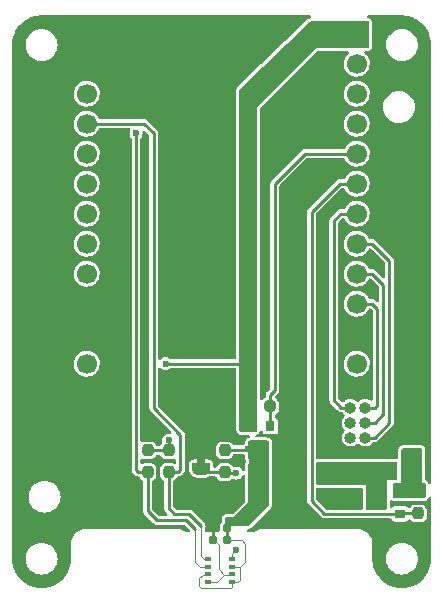
<source format=gbr>
%TF.GenerationSoftware,KiCad,Pcbnew,(6.0.10)*%
%TF.CreationDate,2023-01-02T18:22:58+01:00*%
%TF.ProjectId,sniffer,736e6966-6665-4722-9e6b-696361645f70,rev?*%
%TF.SameCoordinates,Original*%
%TF.FileFunction,Copper,L1,Top*%
%TF.FilePolarity,Positive*%
%FSLAX46Y46*%
G04 Gerber Fmt 4.6, Leading zero omitted, Abs format (unit mm)*
G04 Created by KiCad (PCBNEW (6.0.10)) date 2023-01-02 18:22:58*
%MOMM*%
%LPD*%
G01*
G04 APERTURE LIST*
G04 Aperture macros list*
%AMRoundRect*
0 Rectangle with rounded corners*
0 $1 Rounding radius*
0 $2 $3 $4 $5 $6 $7 $8 $9 X,Y pos of 4 corners*
0 Add a 4 corners polygon primitive as box body*
4,1,4,$2,$3,$4,$5,$6,$7,$8,$9,$2,$3,0*
0 Add four circle primitives for the rounded corners*
1,1,$1+$1,$2,$3*
1,1,$1+$1,$4,$5*
1,1,$1+$1,$6,$7*
1,1,$1+$1,$8,$9*
0 Add four rect primitives between the rounded corners*
20,1,$1+$1,$2,$3,$4,$5,0*
20,1,$1+$1,$4,$5,$6,$7,0*
20,1,$1+$1,$6,$7,$8,$9,0*
20,1,$1+$1,$8,$9,$2,$3,0*%
%AMFreePoly0*
4,1,20,0.000000,0.744959,0.073905,0.744508,0.209726,0.703889,0.328688,0.626782,0.421226,0.519385,0.479903,0.390333,0.500000,0.250000,0.500000,-0.250000,0.499851,-0.262216,0.476331,-0.402017,0.414519,-0.529596,0.319384,-0.634700,0.198574,-0.708877,0.061801,-0.746166,0.000000,-0.745033,0.000000,-0.750000,-0.500000,-0.750000,-0.500000,0.750000,0.000000,0.750000,0.000000,0.744959,
0.000000,0.744959,$1*%
%AMFreePoly1*
4,1,22,0.500000,-0.750000,0.000000,-0.750000,0.000000,-0.745033,-0.079941,-0.743568,-0.215256,-0.701293,-0.333266,-0.622738,-0.424486,-0.514219,-0.481581,-0.384460,-0.499164,-0.250000,-0.500000,-0.250000,-0.500000,0.250000,-0.499164,0.250000,-0.499963,0.256109,-0.478152,0.396186,-0.417904,0.524511,-0.324060,0.630769,-0.204165,0.706417,-0.067858,0.745374,0.000000,0.744959,0.000000,0.750000,
0.500000,0.750000,0.500000,-0.750000,0.500000,-0.750000,$1*%
G04 Aperture macros list end*
%TA.AperFunction,ComponentPad*%
%ADD10C,1.700000*%
%TD*%
%TA.AperFunction,SMDPad,CuDef*%
%ADD11RoundRect,0.155000X0.212500X0.155000X-0.212500X0.155000X-0.212500X-0.155000X0.212500X-0.155000X0*%
%TD*%
%TA.AperFunction,SMDPad,CuDef*%
%ADD12RoundRect,0.237500X0.237500X-0.250000X0.237500X0.250000X-0.237500X0.250000X-0.237500X-0.250000X0*%
%TD*%
%TA.AperFunction,SMDPad,CuDef*%
%ADD13RoundRect,0.237500X-0.237500X0.250000X-0.237500X-0.250000X0.237500X-0.250000X0.237500X0.250000X0*%
%TD*%
%TA.AperFunction,SMDPad,CuDef*%
%ADD14RoundRect,0.237500X0.250000X0.237500X-0.250000X0.237500X-0.250000X-0.237500X0.250000X-0.237500X0*%
%TD*%
%TA.AperFunction,SMDPad,CuDef*%
%ADD15R,0.500000X0.350000*%
%TD*%
%TA.AperFunction,SMDPad,CuDef*%
%ADD16RoundRect,0.237500X0.237500X-0.300000X0.237500X0.300000X-0.237500X0.300000X-0.237500X-0.300000X0*%
%TD*%
%TA.AperFunction,SMDPad,CuDef*%
%ADD17RoundRect,0.237500X-0.300000X-0.237500X0.300000X-0.237500X0.300000X0.237500X-0.300000X0.237500X0*%
%TD*%
%TA.AperFunction,ComponentPad*%
%ADD18O,1.000000X1.000000*%
%TD*%
%TA.AperFunction,ComponentPad*%
%ADD19R,1.000000X1.000000*%
%TD*%
%TA.AperFunction,SMDPad,CuDef*%
%ADD20FreePoly0,90.000000*%
%TD*%
%TA.AperFunction,SMDPad,CuDef*%
%ADD21FreePoly1,90.000000*%
%TD*%
%TA.AperFunction,SMDPad,CuDef*%
%ADD22R,0.800000X0.900000*%
%TD*%
%TA.AperFunction,SMDPad,CuDef*%
%ADD23R,0.900000X0.800000*%
%TD*%
%TA.AperFunction,ViaPad*%
%ADD24C,0.600000*%
%TD*%
%TA.AperFunction,Conductor*%
%ADD25C,0.125000*%
%TD*%
%TA.AperFunction,Conductor*%
%ADD26C,0.250000*%
%TD*%
%TA.AperFunction,Conductor*%
%ADD27C,0.500000*%
%TD*%
G04 APERTURE END LIST*
%TO.C,JP1*%
G36*
X99350000Y-115250000D02*
G01*
X98750000Y-115250000D01*
X98750000Y-114750000D01*
X99350000Y-114750000D01*
X99350000Y-115250000D01*
G37*
%TD*%
D10*
%TO.P,U1,3V3_1,3V3*%
%TO.N,+3V3*%
X112230000Y-78800000D03*
%TO.P,U1,36,SVP/GPIO36/ADC0*%
%TO.N,unconnected-(U1-Pad36)*%
X112230000Y-81340000D03*
%TO.P,U1,37,GPIO37*%
%TO.N,unconnected-(U1-Pad37)*%
X112230000Y-83880000D03*
%TO.P,U1,38,GPIO38*%
%TO.N,unconnected-(U1-Pad38)*%
X112230000Y-86420000D03*
%TO.P,U1,39,SVN/GPIO39/ADC3*%
%TO.N,/BME_PWR_EN*%
X112230000Y-88960000D03*
%TO.P,U1,32,GPIO32/ADC4/TOUCH9*%
%TO.N,/PMS_PWR_EN*%
X112230000Y-91500000D03*
%TO.P,U1,33,GPIO33/ADC5/TOUCH8*%
%TO.N,/PMS_SET*%
X112230000Y-94040000D03*
%TO.P,U1,25,GPIO25/ADC18/DAC1*%
%TO.N,/PMS_RESET*%
X112230000Y-96580000D03*
%TO.P,U1,26,GPIO26/ADC19/DAC2*%
%TO.N,/PMS_RX*%
X112230000Y-99120000D03*
%TO.P,U1,27,GPIO27/ADC17/TOUCH7*%
%TO.N,/PMS_TX*%
X112230000Y-101660000D03*
%TO.P,U1,GND_4,GND*%
%TO.N,GND*%
X112230000Y-104200000D03*
%TO.P,U1,5V,5V*%
%TO.N,+5V*%
X112230000Y-106740000D03*
%TO.P,U1,GND_0,GND*%
%TO.N,GND*%
X89370000Y-78800000D03*
%TO.P,U1,GND_1,GND*%
X89370000Y-81340000D03*
%TO.P,U1,21,SDA*%
%TO.N,/SDA*%
X89370000Y-83880000D03*
%TO.P,U1,22,SCL*%
%TO.N,/SCL*%
X89370000Y-86420000D03*
%TO.P,U1,17,DIO*%
%TO.N,unconnected-(U1-Pad17)*%
X89370000Y-88960000D03*
%TO.P,U1,2,GPIO2/ADC12/TOUCH2*%
%TO.N,unconnected-(U1-Pad2)*%
X89370000Y-91500000D03*
%TO.P,U1,15,GPIO15/ADC13/TOUCH3*%
%TO.N,unconnected-(U1-Pad15)*%
X89370000Y-94040000D03*
%TO.P,U1,13,GPIO13/ADC14/TOUCH4*%
%TO.N,unconnected-(U1-Pad13)*%
X89370000Y-96580000D03*
%TO.P,U1,12,GPIO12/ADC15/TOUCH5*%
%TO.N,unconnected-(U1-Pad12)*%
X89370000Y-99120000D03*
%TO.P,U1,GND_2,GND*%
%TO.N,GND*%
X89370000Y-101660000D03*
%TO.P,U1,GND_3,GND*%
X89370000Y-104200000D03*
%TO.P,U1,3V3_0,3V3*%
%TO.N,+3V3*%
X89370000Y-106740000D03*
%TD*%
D11*
%TO.P,C1,1*%
%TO.N,/BME_VDDIO*%
X101240500Y-120677000D03*
%TO.P,C1,2*%
%TO.N,GND*%
X100105500Y-120677000D03*
%TD*%
%TO.P,C2,2*%
%TO.N,GND*%
X100105500Y-121693000D03*
%TO.P,C2,1*%
%TO.N,/BME_VDDIO*%
X101240500Y-121693000D03*
%TD*%
D12*
%TO.P,R2,2*%
%TO.N,/BME_VDDIO*%
X101050000Y-114087500D03*
%TO.P,R2,1*%
%TO.N,Net-(JP1-Pad1)*%
X101050000Y-115912500D03*
%TD*%
%TO.P,R3,2*%
%TO.N,/BME_VDDIO*%
X96300000Y-114087500D03*
%TO.P,R3,1*%
%TO.N,/SCL*%
X96300000Y-115912500D03*
%TD*%
%TO.P,R4,2*%
%TO.N,/BME_VDDIO*%
X94550000Y-114087500D03*
%TO.P,R4,1*%
%TO.N,/SDA*%
X94550000Y-115912500D03*
%TD*%
D13*
%TO.P,R5,1*%
%TO.N,+5V*%
X117437000Y-117605500D03*
%TO.P,R5,2*%
%TO.N,/PMS_PWR_EN*%
X117437000Y-119430500D03*
%TD*%
D14*
%TO.P,R1,1*%
%TO.N,/BME_PWR_EN*%
X104891000Y-110361000D03*
%TO.P,R1,2*%
%TO.N,+3V3*%
X103066000Y-110361000D03*
%TD*%
D15*
%TO.P,U2,1,GND*%
%TO.N,GND*%
X99648000Y-125225000D03*
%TO.P,U2,2,CSB*%
%TO.N,/BME_VDDIO*%
X99648000Y-124575000D03*
%TO.P,U2,3,SDI*%
%TO.N,/SDA*%
X99648000Y-123925000D03*
%TO.P,U2,4,SCK*%
%TO.N,/SCL*%
X99648000Y-123275000D03*
%TO.P,U2,5,SDO*%
%TO.N,Net-(JP1-Pad1)*%
X101698000Y-123275000D03*
%TO.P,U2,6,VDDIO*%
%TO.N,/BME_VDDIO*%
X101698000Y-123925000D03*
%TO.P,U2,7,GND*%
%TO.N,GND*%
X101698000Y-124575000D03*
%TO.P,U2,8,VDD*%
%TO.N,/BME_VDDIO*%
X101698000Y-125225000D03*
%TD*%
D16*
%TO.P,C5,1*%
%TO.N,Net-(J2-Pad1)*%
X115128000Y-115922500D03*
%TO.P,C5,2*%
%TO.N,GND*%
X115128000Y-114197500D03*
%TD*%
%TO.P,C3,2*%
%TO.N,GND*%
X109540000Y-114197500D03*
%TO.P,C3,1*%
%TO.N,Net-(J2-Pad1)*%
X109540000Y-115922500D03*
%TD*%
D17*
%TO.P,C4,2*%
%TO.N,GND*%
X105703500Y-115695000D03*
%TO.P,C4,1*%
%TO.N,/BME_VDDIO*%
X103978500Y-115695000D03*
%TD*%
D18*
%TO.P,J1,4,Pin_4*%
%TO.N,GND*%
X111700000Y-114270000D03*
%TO.P,J1,2,Pin_2*%
%TO.N,Net-(J2-Pad1)*%
X111700000Y-115540000D03*
%TO.P,J1,8,Pin_8*%
%TO.N,unconnected-(J2-Pad8)*%
X111700000Y-111730000D03*
%TO.P,J1,9,Pin_9*%
%TO.N,/PMS_TX*%
X112970000Y-110460000D03*
%TO.P,J1,10,Pin_10*%
%TO.N,/PMS_SET*%
X111700000Y-110460000D03*
%TO.P,J1,3,Pin_3*%
%TO.N,GND*%
X112970000Y-114270000D03*
%TO.P,J1,6,Pin_6*%
%TO.N,unconnected-(J2-Pad6)*%
X111700000Y-113000000D03*
%TO.P,J1,7,Pin_7*%
%TO.N,/PMS_RX*%
X112970000Y-111730000D03*
D19*
%TO.P,J1,1,Pin_1*%
%TO.N,Net-(J2-Pad1)*%
X112970000Y-115540000D03*
D18*
%TO.P,J1,5,Pin_5*%
%TO.N,/PMS_RESET*%
X112970000Y-113000000D03*
%TD*%
D20*
%TO.P,JP1,2,B*%
%TO.N,GND*%
X99050000Y-114350000D03*
D21*
%TO.P,JP1,1,A*%
%TO.N,Net-(JP1-Pad1)*%
X99050000Y-115650000D03*
%TD*%
D22*
%TO.P,Q1,3,D*%
%TO.N,/BME_VDDIO*%
X103978500Y-114028000D03*
%TO.P,Q1,2,S*%
%TO.N,+3V3*%
X103028500Y-112028000D03*
%TO.P,Q1,1,G*%
%TO.N,/BME_PWR_EN*%
X104928500Y-112028000D03*
%TD*%
D23*
%TO.P,Q2,1,G*%
%TO.N,/PMS_PWR_EN*%
X115897000Y-119468000D03*
%TO.P,Q2,2,S*%
%TO.N,+5V*%
X115897000Y-117568000D03*
%TO.P,Q2,3,D*%
%TO.N,Net-(J2-Pad1)*%
X113897000Y-118518000D03*
%TD*%
D24*
%TO.N,Net-(JP1-Pad1)*%
X102050000Y-122500000D03*
%TO.N,GND*%
X110050000Y-87750000D03*
X110050000Y-82500000D03*
X104800000Y-89500000D03*
X111050000Y-95250000D03*
X113550000Y-100500000D03*
X113800000Y-98000000D03*
X112300000Y-108750000D03*
X110800000Y-118500000D03*
X95550000Y-119000000D03*
X93550000Y-120250000D03*
X100050000Y-119750000D03*
X94300000Y-88000000D03*
X92800000Y-88000000D03*
X94300000Y-105750000D03*
X94800000Y-112250000D03*
X107050000Y-115750000D03*
X102550000Y-115000000D03*
X109550000Y-117750000D03*
X112300000Y-118500000D03*
%TO.N,+3V3*%
X96050000Y-106750000D03*
%TO.N,/SDA*%
X93550000Y-87250000D03*
%TO.N,/BME_VDDIO*%
X103050000Y-114000000D03*
X96300000Y-113250000D03*
%TO.N,Net-(JP1-Pad1)*%
X102050000Y-116000000D03*
%TO.N,+5V*%
X116929000Y-114454000D03*
X116929000Y-116232000D03*
X116929000Y-115343000D03*
%TD*%
D25*
%TO.N,Net-(JP1-Pad1)*%
X102050000Y-122500000D02*
X101698000Y-122852000D01*
X101698000Y-122852000D02*
X101698000Y-123275000D01*
%TO.N,GND*%
X101025000Y-124602000D02*
X101031000Y-124602000D01*
X100550000Y-124127000D02*
X101025000Y-124602000D01*
X100174250Y-121693000D02*
X100550000Y-122068750D01*
X100550000Y-122068750D02*
X100550000Y-124127000D01*
%TO.N,/SDA*%
X98550000Y-123525000D02*
X98550000Y-120750000D01*
X99648000Y-123925000D02*
X98950000Y-123925000D01*
X98950000Y-123925000D02*
X98550000Y-123525000D01*
%TO.N,/SCL*%
X99050000Y-123025000D02*
X99050000Y-120500000D01*
X99300000Y-123275000D02*
X99050000Y-123025000D01*
X99648000Y-123275000D02*
X99300000Y-123275000D01*
%TO.N,/BME_VDDIO*%
X102800000Y-123512000D02*
X102800000Y-122000000D01*
X102383500Y-123928500D02*
X102800000Y-123512000D01*
X101682500Y-125252000D02*
X102211000Y-125252000D01*
X99632500Y-124602000D02*
X99178000Y-124602000D01*
X99050000Y-125750000D02*
X101586000Y-125750000D01*
X99178000Y-124602000D02*
X98895000Y-124885000D01*
X101682500Y-125653500D02*
X101682500Y-125252000D01*
X98895000Y-124885000D02*
X98895000Y-125595000D01*
X102383500Y-125079500D02*
X102383500Y-123928500D01*
X98895000Y-125595000D02*
X99050000Y-125750000D01*
X101586000Y-125750000D02*
X101682500Y-125653500D01*
X102211000Y-125252000D02*
X102383500Y-125079500D01*
D26*
X101240500Y-121693000D02*
X101240500Y-120677000D01*
%TO.N,GND*%
X100105500Y-120677000D02*
X100105500Y-121693000D01*
D25*
%TO.N,/BME_VDDIO*%
X101240500Y-121693000D02*
X102493000Y-121693000D01*
X102493000Y-121693000D02*
X102800000Y-122000000D01*
D26*
X103978500Y-118800000D02*
X103978500Y-114028000D01*
X101550000Y-120000000D02*
X102778500Y-120000000D01*
X101240500Y-120309500D02*
X101550000Y-120000000D01*
X102778500Y-120000000D02*
X103978500Y-118800000D01*
X101240500Y-120677000D02*
X101240500Y-120309500D01*
%TO.N,/BME_PWR_EN*%
X104928500Y-112028000D02*
X104928500Y-110398500D01*
X105300000Y-91500000D02*
X105300000Y-109000000D01*
X107840000Y-88960000D02*
X105300000Y-91500000D01*
X104891000Y-109409000D02*
X104891000Y-110361000D01*
X112230000Y-88960000D02*
X107840000Y-88960000D01*
X105300000Y-109000000D02*
X104891000Y-109409000D01*
%TO.N,+3V3*%
X103007000Y-106750000D02*
X103028500Y-106728500D01*
X96050000Y-106750000D02*
X103007000Y-106750000D01*
D27*
X103028500Y-106728500D02*
X103028500Y-84771500D01*
X103028500Y-112028000D02*
X103028500Y-106728500D01*
X103028500Y-84371500D02*
X103028500Y-84771500D01*
X108600000Y-78800000D02*
X103028500Y-84371500D01*
X108600000Y-78800000D02*
X112230000Y-78800000D01*
D26*
%TO.N,/SCL*%
X95050000Y-87250000D02*
X94220000Y-86420000D01*
X95050000Y-110500000D02*
X95050000Y-87250000D01*
X97300000Y-112750000D02*
X95050000Y-110500000D01*
X97137500Y-115912500D02*
X97300000Y-115750000D01*
X96300000Y-115912500D02*
X97137500Y-115912500D01*
X97300000Y-115750000D02*
X97300000Y-112750000D01*
X94220000Y-86420000D02*
X89370000Y-86420000D01*
%TO.N,/SDA*%
X93550000Y-115750000D02*
X93550000Y-87250000D01*
X94550000Y-115912500D02*
X93712500Y-115912500D01*
X93712500Y-115912500D02*
X93550000Y-115750000D01*
X94550000Y-119250000D02*
X94550000Y-115912500D01*
X95300000Y-120000000D02*
X94550000Y-119250000D01*
X98550000Y-120750000D02*
X97800000Y-120000000D01*
X97800000Y-120000000D02*
X95300000Y-120000000D01*
%TO.N,/SCL*%
X99050000Y-120500000D02*
X98050000Y-119500000D01*
X98050000Y-119500000D02*
X96800000Y-119500000D01*
X96300000Y-119000000D02*
X96300000Y-115912500D01*
X96800000Y-119500000D02*
X96300000Y-119000000D01*
%TO.N,/BME_VDDIO*%
X96300000Y-114087500D02*
X96300000Y-113500000D01*
X96300000Y-113500000D02*
X96300000Y-113250000D01*
X101109500Y-114028000D02*
X103978500Y-114028000D01*
%TO.N,Net-(JP1-Pad1)*%
X101050000Y-115912500D02*
X99312500Y-115912500D01*
X102050000Y-116000000D02*
X101137500Y-116000000D01*
%TO.N,/BME_VDDIO*%
X94550000Y-114087500D02*
X96300000Y-114087500D01*
D25*
X102360000Y-123952000D02*
X102383500Y-123928500D01*
X101682500Y-123952000D02*
X102360000Y-123952000D01*
D26*
%TO.N,/PMS_PWR_EN*%
X110800000Y-91500000D02*
X112230000Y-91500000D01*
X108420000Y-118391000D02*
X108420000Y-93880000D01*
X109497000Y-119468000D02*
X108420000Y-118391000D01*
X108420000Y-93880000D02*
X110800000Y-91500000D01*
X115897000Y-119468000D02*
X109497000Y-119468000D01*
X117437000Y-119430500D02*
X115934500Y-119430500D01*
D25*
%TO.N,GND*%
X101031000Y-124602000D02*
X101682500Y-124602000D01*
X100381000Y-125252000D02*
X101031000Y-124602000D01*
X99632500Y-125252000D02*
X100381000Y-125252000D01*
D26*
%TO.N,/PMS_RESET*%
X115001000Y-98042000D02*
X113539000Y-96580000D01*
X113539000Y-96580000D02*
X112230000Y-96580000D01*
X115001000Y-111758000D02*
X115001000Y-98042000D01*
X112970000Y-113000000D02*
X113759000Y-113000000D01*
X113759000Y-113000000D02*
X115001000Y-111758000D01*
%TO.N,/PMS_RX*%
X113539000Y-99120000D02*
X112230000Y-99120000D01*
X114493000Y-100074000D02*
X113539000Y-99120000D01*
X114493000Y-110996000D02*
X114493000Y-100074000D01*
X113759000Y-111730000D02*
X114493000Y-110996000D01*
X112970000Y-111730000D02*
X113759000Y-111730000D01*
%TO.N,/PMS_SET*%
X110875000Y-94040000D02*
X112230000Y-94040000D01*
X110302000Y-109853000D02*
X110302000Y-94613000D01*
X110909000Y-110460000D02*
X110302000Y-109853000D01*
X111700000Y-110460000D02*
X110909000Y-110460000D01*
X110302000Y-94613000D02*
X110875000Y-94040000D01*
%TO.N,/PMS_TX*%
X113759000Y-110460000D02*
X113985000Y-110234000D01*
X113539000Y-101660000D02*
X112230000Y-101660000D01*
X112970000Y-110460000D02*
X113759000Y-110460000D01*
X113985000Y-110234000D02*
X113985000Y-102106000D01*
X113985000Y-102106000D02*
X113539000Y-101660000D01*
%TD*%
%TA.AperFunction,Conductor*%
%TO.N,GND*%
G36*
X108337841Y-77270502D02*
G01*
X108384334Y-77324158D01*
X108394438Y-77394432D01*
X108364944Y-77459012D01*
X108305218Y-77497396D01*
X108303141Y-77497902D01*
X108301858Y-77498026D01*
X108274492Y-77506118D01*
X108214597Y-77523828D01*
X108214593Y-77523829D01*
X108208822Y-77525536D01*
X108179502Y-77540745D01*
X108149788Y-77556158D01*
X108149785Y-77556160D01*
X108145800Y-77558227D01*
X108086666Y-77600561D01*
X102162038Y-83278330D01*
X102160786Y-83279680D01*
X102160777Y-83279689D01*
X102151816Y-83289351D01*
X102141593Y-83300373D01*
X102122775Y-83323223D01*
X102074851Y-83413666D01*
X102073059Y-83419769D01*
X102062112Y-83457053D01*
X102054849Y-83481787D01*
X102054209Y-83486235D01*
X102054208Y-83486242D01*
X102053742Y-83489490D01*
X102044500Y-83553769D01*
X102044500Y-106248500D01*
X102024498Y-106316621D01*
X101970842Y-106363114D01*
X101918500Y-106374500D01*
X96507704Y-106374500D01*
X96439583Y-106354498D01*
X96431000Y-106348462D01*
X96418334Y-106338743D01*
X96327625Y-106269139D01*
X96193709Y-106213670D01*
X96050000Y-106194750D01*
X95906291Y-106213670D01*
X95772375Y-106269139D01*
X95657379Y-106357379D01*
X95651461Y-106365092D01*
X95650458Y-106365824D01*
X95646512Y-106369770D01*
X95645897Y-106369155D01*
X95594123Y-106406958D01*
X95523252Y-106411179D01*
X95461350Y-106376414D01*
X95428069Y-106313701D01*
X95425500Y-106288386D01*
X95425500Y-87303496D01*
X95427979Y-87280208D01*
X95428078Y-87278110D01*
X95430269Y-87267933D01*
X95426373Y-87235015D01*
X95426029Y-87229179D01*
X95425928Y-87229187D01*
X95425500Y-87224008D01*
X95425500Y-87218807D01*
X95422371Y-87200007D01*
X95421534Y-87194130D01*
X95416800Y-87154134D01*
X95415576Y-87143790D01*
X95411654Y-87135623D01*
X95410167Y-87126687D01*
X95405223Y-87117525D01*
X95405222Y-87117521D01*
X95386094Y-87082071D01*
X95383398Y-87076780D01*
X95364897Y-87038251D01*
X95364896Y-87038250D01*
X95361463Y-87031100D01*
X95357906Y-87026869D01*
X95355974Y-87024937D01*
X95354255Y-87023063D01*
X95354181Y-87022926D01*
X95354291Y-87022826D01*
X95353868Y-87022346D01*
X95350806Y-87016671D01*
X95331834Y-86999133D01*
X95311633Y-86980460D01*
X95308067Y-86977030D01*
X94523348Y-86192311D01*
X94508623Y-86174080D01*
X94507222Y-86172540D01*
X94501572Y-86163790D01*
X94475535Y-86143264D01*
X94471168Y-86139383D01*
X94471102Y-86139461D01*
X94467144Y-86136107D01*
X94463462Y-86132425D01*
X94459231Y-86129402D01*
X94459228Y-86129399D01*
X94454409Y-86125956D01*
X94447948Y-86121339D01*
X94443212Y-86117783D01*
X94403400Y-86086397D01*
X94394851Y-86083395D01*
X94387481Y-86078128D01*
X94354203Y-86068176D01*
X94338930Y-86063608D01*
X94333286Y-86061774D01*
X94292935Y-86047604D01*
X94292929Y-86047603D01*
X94285452Y-86044977D01*
X94279945Y-86044500D01*
X94277238Y-86044500D01*
X94274665Y-86044389D01*
X94274506Y-86044341D01*
X94274512Y-86044197D01*
X94273892Y-86044158D01*
X94267713Y-86042310D01*
X94214445Y-86044403D01*
X94209498Y-86044500D01*
X90490305Y-86044500D01*
X90422184Y-86024498D01*
X90377299Y-85974229D01*
X90312351Y-85842527D01*
X90294079Y-85818057D01*
X90194788Y-85685091D01*
X90194787Y-85685090D01*
X90191335Y-85680467D01*
X90183093Y-85672848D01*
X90047053Y-85547094D01*
X90047051Y-85547092D01*
X90042812Y-85543174D01*
X90015374Y-85525862D01*
X89876637Y-85438325D01*
X89871757Y-85435246D01*
X89683898Y-85360298D01*
X89485526Y-85320839D01*
X89479752Y-85320763D01*
X89479748Y-85320763D01*
X89377257Y-85319422D01*
X89283286Y-85318192D01*
X89277589Y-85319171D01*
X89277588Y-85319171D01*
X89089646Y-85351465D01*
X89089645Y-85351465D01*
X89083949Y-85352444D01*
X88894193Y-85422449D01*
X88720371Y-85525862D01*
X88568305Y-85659220D01*
X88443089Y-85818057D01*
X88348914Y-85997053D01*
X88288937Y-86190213D01*
X88265164Y-86391069D01*
X88278392Y-86592894D01*
X88328178Y-86788928D01*
X88412856Y-86972607D01*
X88416189Y-86977323D01*
X88524591Y-87130709D01*
X88529588Y-87137780D01*
X88533730Y-87141815D01*
X88629403Y-87235015D01*
X88674466Y-87278913D01*
X88842637Y-87391282D01*
X88847940Y-87393560D01*
X88847943Y-87393562D01*
X88936291Y-87431519D01*
X89028470Y-87471122D01*
X89225740Y-87515760D01*
X89231509Y-87515987D01*
X89231512Y-87515987D01*
X89307683Y-87518979D01*
X89427842Y-87523700D01*
X89514132Y-87511189D01*
X89622286Y-87495508D01*
X89622291Y-87495507D01*
X89628007Y-87494678D01*
X89633479Y-87492820D01*
X89633481Y-87492820D01*
X89814067Y-87431519D01*
X89814069Y-87431518D01*
X89819531Y-87429664D01*
X89996001Y-87330837D01*
X90058433Y-87278913D01*
X90147073Y-87205191D01*
X90151505Y-87201505D01*
X90255238Y-87076780D01*
X90277146Y-87050439D01*
X90280837Y-87046001D01*
X90293816Y-87022826D01*
X90376844Y-86874566D01*
X90376845Y-86874564D01*
X90379664Y-86869531D01*
X90379855Y-86868969D01*
X90424747Y-86816155D01*
X90493872Y-86795500D01*
X92954264Y-86795500D01*
X93022385Y-86815502D01*
X93068878Y-86869158D01*
X93078982Y-86939432D01*
X93067776Y-86971810D01*
X93069139Y-86972375D01*
X93013670Y-87106291D01*
X92994750Y-87250000D01*
X93013670Y-87393709D01*
X93069139Y-87527625D01*
X93148462Y-87631000D01*
X93174063Y-87697220D01*
X93174500Y-87707704D01*
X93174500Y-115696504D01*
X93172021Y-115719801D01*
X93171923Y-115721886D01*
X93169731Y-115732066D01*
X93170955Y-115742405D01*
X93173627Y-115764984D01*
X93173971Y-115770821D01*
X93174072Y-115770813D01*
X93174500Y-115775992D01*
X93174500Y-115781193D01*
X93175354Y-115786321D01*
X93175354Y-115786327D01*
X93177628Y-115799987D01*
X93178465Y-115805863D01*
X93184424Y-115856210D01*
X93188346Y-115864377D01*
X93189833Y-115873313D01*
X93194777Y-115882475D01*
X93194778Y-115882479D01*
X93213906Y-115917929D01*
X93216602Y-115923220D01*
X93225418Y-115941580D01*
X93238537Y-115968900D01*
X93242094Y-115973131D01*
X93244026Y-115975063D01*
X93245745Y-115976937D01*
X93245819Y-115977074D01*
X93245709Y-115977174D01*
X93246132Y-115977654D01*
X93249194Y-115983329D01*
X93256842Y-115990399D01*
X93256843Y-115990400D01*
X93288338Y-116019513D01*
X93291906Y-116022943D01*
X93409155Y-116140193D01*
X93423876Y-116158420D01*
X93425280Y-116159963D01*
X93430928Y-116168710D01*
X93439107Y-116175158D01*
X93439109Y-116175160D01*
X93456961Y-116189234D01*
X93461335Y-116193121D01*
X93461401Y-116193043D01*
X93465360Y-116196398D01*
X93469038Y-116200076D01*
X93473262Y-116203095D01*
X93473271Y-116203102D01*
X93484574Y-116211179D01*
X93489320Y-116214743D01*
X93496504Y-116220406D01*
X93529100Y-116246103D01*
X93537648Y-116249105D01*
X93545019Y-116254372D01*
X93554992Y-116257355D01*
X93554995Y-116257356D01*
X93593583Y-116268896D01*
X93599230Y-116270731D01*
X93639564Y-116284895D01*
X93639565Y-116284895D01*
X93647048Y-116287523D01*
X93652555Y-116288000D01*
X93655262Y-116288000D01*
X93657832Y-116288111D01*
X93657994Y-116288159D01*
X93657988Y-116288304D01*
X93658608Y-116288343D01*
X93664787Y-116290191D01*
X93718081Y-116288097D01*
X93723027Y-116288000D01*
X93751015Y-116288000D01*
X93819136Y-116308002D01*
X93865629Y-116361658D01*
X93868994Y-116369765D01*
X93880051Y-116399259D01*
X93963884Y-116511116D01*
X94075741Y-116594949D01*
X94092730Y-116601318D01*
X94149494Y-116643958D01*
X94174194Y-116710519D01*
X94174500Y-116719299D01*
X94174500Y-119196504D01*
X94172021Y-119219801D01*
X94171923Y-119221886D01*
X94169731Y-119232066D01*
X94173372Y-119262827D01*
X94173627Y-119264984D01*
X94173971Y-119270821D01*
X94174072Y-119270813D01*
X94174500Y-119275992D01*
X94174500Y-119281193D01*
X94175354Y-119286321D01*
X94175354Y-119286327D01*
X94177628Y-119299987D01*
X94178465Y-119305863D01*
X94184424Y-119356210D01*
X94188346Y-119364377D01*
X94189833Y-119373313D01*
X94194777Y-119382475D01*
X94194778Y-119382479D01*
X94213906Y-119417929D01*
X94216602Y-119423220D01*
X94235103Y-119461749D01*
X94238537Y-119468900D01*
X94242094Y-119473131D01*
X94244026Y-119475063D01*
X94245745Y-119476937D01*
X94245819Y-119477074D01*
X94245709Y-119477174D01*
X94246132Y-119477654D01*
X94249194Y-119483329D01*
X94256841Y-119490398D01*
X94256842Y-119490399D01*
X94288367Y-119519540D01*
X94291933Y-119522970D01*
X94996652Y-120227689D01*
X95011377Y-120245920D01*
X95012778Y-120247460D01*
X95018428Y-120256210D01*
X95026606Y-120262657D01*
X95044465Y-120276736D01*
X95048832Y-120280617D01*
X95048898Y-120280539D01*
X95052856Y-120283893D01*
X95056538Y-120287575D01*
X95060769Y-120290598D01*
X95060772Y-120290601D01*
X95065591Y-120294044D01*
X95072052Y-120298661D01*
X95076781Y-120302212D01*
X95116600Y-120333603D01*
X95125149Y-120336605D01*
X95132519Y-120341872D01*
X95181078Y-120356394D01*
X95186719Y-120358227D01*
X95227064Y-120372395D01*
X95234548Y-120375023D01*
X95240055Y-120375500D01*
X95242762Y-120375500D01*
X95245334Y-120375611D01*
X95245494Y-120375659D01*
X95245488Y-120375803D01*
X95246106Y-120375842D01*
X95252286Y-120377690D01*
X95305555Y-120375597D01*
X95310501Y-120375500D01*
X97592273Y-120375500D01*
X97660394Y-120395502D01*
X97681368Y-120412405D01*
X98053868Y-120784905D01*
X98087894Y-120847217D01*
X98082829Y-120918032D01*
X98040282Y-120974868D01*
X97973762Y-120999679D01*
X97964773Y-121000000D01*
X97846992Y-121000000D01*
X97781157Y-120981432D01*
X97623701Y-120884942D01*
X97623690Y-120884936D01*
X97619471Y-120882351D01*
X97614901Y-120880458D01*
X97614897Y-120880456D01*
X97442194Y-120808920D01*
X97442192Y-120808919D01*
X97437621Y-120807026D01*
X97345481Y-120784905D01*
X97251039Y-120762231D01*
X97251033Y-120762230D01*
X97246226Y-120761076D01*
X97172442Y-120755269D01*
X97067534Y-120747012D01*
X97067528Y-120747012D01*
X97058659Y-120746314D01*
X97050000Y-120744592D01*
X97037829Y-120747013D01*
X97037496Y-120747079D01*
X97012915Y-120749500D01*
X89337085Y-120749500D01*
X89312504Y-120747079D01*
X89312171Y-120747013D01*
X89300000Y-120744592D01*
X89291341Y-120746314D01*
X89282472Y-120747012D01*
X89282466Y-120747012D01*
X89177558Y-120755269D01*
X89103774Y-120761076D01*
X89098967Y-120762230D01*
X89098961Y-120762231D01*
X89004519Y-120784905D01*
X88912379Y-120807026D01*
X88907808Y-120808919D01*
X88907806Y-120808920D01*
X88735103Y-120880456D01*
X88735099Y-120880458D01*
X88730529Y-120882351D01*
X88562702Y-120985196D01*
X88413029Y-121113029D01*
X88285196Y-121262702D01*
X88182351Y-121430529D01*
X88180458Y-121435099D01*
X88180456Y-121435103D01*
X88113000Y-121597957D01*
X88107026Y-121612379D01*
X88105871Y-121617191D01*
X88062231Y-121798961D01*
X88062230Y-121798967D01*
X88061076Y-121803774D01*
X88055269Y-121877558D01*
X88047331Y-121978420D01*
X88046314Y-121991341D01*
X88044592Y-122000000D01*
X88047013Y-122012171D01*
X88047079Y-122012504D01*
X88049500Y-122037085D01*
X88049500Y-123212915D01*
X88047079Y-123237496D01*
X88044592Y-123250000D01*
X88047014Y-123262173D01*
X88047014Y-123274582D01*
X88046654Y-123274582D01*
X88047374Y-123285158D01*
X88031736Y-123543674D01*
X88029902Y-123558778D01*
X87978243Y-123840672D01*
X87974602Y-123855445D01*
X87890513Y-124125298D01*
X87889340Y-124129061D01*
X87883946Y-124143284D01*
X87796416Y-124337767D01*
X87766326Y-124404624D01*
X87759255Y-124418097D01*
X87610989Y-124663358D01*
X87602346Y-124675879D01*
X87425603Y-124901476D01*
X87415513Y-124912865D01*
X87212865Y-125115513D01*
X87201476Y-125125603D01*
X86975879Y-125302346D01*
X86963358Y-125310989D01*
X86718097Y-125459255D01*
X86704626Y-125466325D01*
X86443284Y-125583946D01*
X86429066Y-125589338D01*
X86193287Y-125662810D01*
X86155445Y-125674602D01*
X86140672Y-125678243D01*
X85858778Y-125729902D01*
X85843674Y-125731736D01*
X85726802Y-125738806D01*
X85557605Y-125749040D01*
X85542395Y-125749040D01*
X85373198Y-125738806D01*
X85256326Y-125731736D01*
X85241222Y-125729902D01*
X84959328Y-125678243D01*
X84944555Y-125674602D01*
X84906713Y-125662810D01*
X84670934Y-125589338D01*
X84656716Y-125583946D01*
X84395374Y-125466325D01*
X84381903Y-125459255D01*
X84136642Y-125310989D01*
X84124121Y-125302346D01*
X83898524Y-125125603D01*
X83887135Y-125115513D01*
X83684487Y-124912865D01*
X83674397Y-124901476D01*
X83497654Y-124675879D01*
X83489011Y-124663358D01*
X83340745Y-124418097D01*
X83333674Y-124404624D01*
X83303584Y-124337767D01*
X83216054Y-124143284D01*
X83210660Y-124129061D01*
X83209488Y-124125298D01*
X83125398Y-123855445D01*
X83121757Y-123840672D01*
X83070098Y-123558778D01*
X83068264Y-123543674D01*
X83052626Y-123285158D01*
X83053346Y-123274582D01*
X83052986Y-123274582D01*
X83052986Y-123262173D01*
X83055408Y-123250000D01*
X84194341Y-123250000D01*
X84214937Y-123485408D01*
X84216361Y-123490722D01*
X84216361Y-123490723D01*
X84242019Y-123586479D01*
X84276097Y-123713663D01*
X84278419Y-123718643D01*
X84278420Y-123718645D01*
X84342212Y-123855445D01*
X84375965Y-123927829D01*
X84511505Y-124121401D01*
X84678599Y-124288495D01*
X84872171Y-124424035D01*
X84877149Y-124426356D01*
X84877152Y-124426358D01*
X85081355Y-124521580D01*
X85086337Y-124523903D01*
X85091645Y-124525325D01*
X85091647Y-124525326D01*
X85198363Y-124553920D01*
X85314592Y-124585063D01*
X85417682Y-124594082D01*
X85488310Y-124600262D01*
X85488317Y-124600262D01*
X85491034Y-124600500D01*
X85608966Y-124600500D01*
X85611683Y-124600262D01*
X85611690Y-124600262D01*
X85682318Y-124594082D01*
X85785408Y-124585063D01*
X85901637Y-124553920D01*
X86008353Y-124525326D01*
X86008355Y-124525325D01*
X86013663Y-124523903D01*
X86018645Y-124521580D01*
X86222848Y-124426358D01*
X86222851Y-124426356D01*
X86227829Y-124424035D01*
X86421401Y-124288495D01*
X86588495Y-124121401D01*
X86591655Y-124116889D01*
X86720878Y-123932339D01*
X86720881Y-123932334D01*
X86724035Y-123927830D01*
X86726358Y-123922848D01*
X86726361Y-123922843D01*
X86821580Y-123718645D01*
X86821581Y-123718644D01*
X86823903Y-123713663D01*
X86857982Y-123586479D01*
X86883639Y-123490723D01*
X86883639Y-123490722D01*
X86885063Y-123485408D01*
X86905659Y-123250000D01*
X86885063Y-123014592D01*
X86876025Y-122980861D01*
X86825326Y-122791647D01*
X86825325Y-122791645D01*
X86823903Y-122786337D01*
X86803833Y-122743296D01*
X86726358Y-122577152D01*
X86726356Y-122577149D01*
X86724035Y-122572171D01*
X86588495Y-122378599D01*
X86421401Y-122211505D01*
X86227829Y-122075965D01*
X86222851Y-122073644D01*
X86222848Y-122073642D01*
X86018645Y-121978420D01*
X86018643Y-121978419D01*
X86013663Y-121976097D01*
X86008355Y-121974675D01*
X86008353Y-121974674D01*
X85790723Y-121916361D01*
X85790722Y-121916361D01*
X85785408Y-121914937D01*
X85682318Y-121905918D01*
X85611690Y-121899738D01*
X85611683Y-121899738D01*
X85608966Y-121899500D01*
X85491034Y-121899500D01*
X85488317Y-121899738D01*
X85488310Y-121899738D01*
X85417682Y-121905918D01*
X85314592Y-121914937D01*
X85309278Y-121916361D01*
X85309277Y-121916361D01*
X85091647Y-121974674D01*
X85091645Y-121974675D01*
X85086337Y-121976097D01*
X85081357Y-121978419D01*
X85081355Y-121978420D01*
X84877152Y-122073642D01*
X84877149Y-122073644D01*
X84872171Y-122075965D01*
X84678599Y-122211505D01*
X84511505Y-122378599D01*
X84508348Y-122383107D01*
X84508346Y-122383110D01*
X84426499Y-122500000D01*
X84375965Y-122572170D01*
X84373642Y-122577152D01*
X84373639Y-122577157D01*
X84340743Y-122647703D01*
X84276097Y-122786337D01*
X84274675Y-122791645D01*
X84274674Y-122791647D01*
X84223975Y-122980861D01*
X84214937Y-123014592D01*
X84194341Y-123250000D01*
X83055408Y-123250000D01*
X83052921Y-123237496D01*
X83050500Y-123212915D01*
X83050500Y-118000000D01*
X84444341Y-118000000D01*
X84464937Y-118235408D01*
X84466361Y-118240722D01*
X84466361Y-118240723D01*
X84521596Y-118446863D01*
X84526097Y-118463663D01*
X84528419Y-118468643D01*
X84528420Y-118468645D01*
X84596604Y-118614864D01*
X84625965Y-118677829D01*
X84761505Y-118871401D01*
X84928599Y-119038495D01*
X85122171Y-119174035D01*
X85127149Y-119176356D01*
X85127152Y-119176358D01*
X85331355Y-119271580D01*
X85336337Y-119273903D01*
X85341645Y-119275325D01*
X85341647Y-119275326D01*
X85559277Y-119333639D01*
X85564592Y-119335063D01*
X85667682Y-119344082D01*
X85738310Y-119350262D01*
X85738317Y-119350262D01*
X85741034Y-119350500D01*
X85858966Y-119350500D01*
X85861683Y-119350262D01*
X85861690Y-119350262D01*
X85932318Y-119344082D01*
X86035408Y-119335063D01*
X86040723Y-119333639D01*
X86258353Y-119275326D01*
X86258355Y-119275325D01*
X86263663Y-119273903D01*
X86268645Y-119271580D01*
X86472848Y-119176358D01*
X86472851Y-119176356D01*
X86477829Y-119174035D01*
X86671401Y-119038495D01*
X86838495Y-118871401D01*
X86841655Y-118866889D01*
X86970878Y-118682339D01*
X86970881Y-118682334D01*
X86974035Y-118677830D01*
X86976358Y-118672848D01*
X86976361Y-118672843D01*
X87071580Y-118468645D01*
X87071581Y-118468644D01*
X87073903Y-118463663D01*
X87078405Y-118446863D01*
X87133639Y-118240723D01*
X87133639Y-118240722D01*
X87135063Y-118235408D01*
X87155659Y-118000000D01*
X87135063Y-117764592D01*
X87073903Y-117536337D01*
X86974035Y-117322171D01*
X86838495Y-117128599D01*
X86671401Y-116961505D01*
X86477829Y-116825965D01*
X86472851Y-116823644D01*
X86472848Y-116823642D01*
X86268645Y-116728420D01*
X86268643Y-116728419D01*
X86263663Y-116726097D01*
X86258355Y-116724675D01*
X86258353Y-116724674D01*
X86040723Y-116666361D01*
X86040722Y-116666361D01*
X86035408Y-116664937D01*
X85932318Y-116655918D01*
X85861690Y-116649738D01*
X85861683Y-116649738D01*
X85858966Y-116649500D01*
X85741034Y-116649500D01*
X85738317Y-116649738D01*
X85738310Y-116649738D01*
X85667682Y-116655918D01*
X85564592Y-116664937D01*
X85559278Y-116666361D01*
X85559277Y-116666361D01*
X85341647Y-116724674D01*
X85341645Y-116724675D01*
X85336337Y-116726097D01*
X85331357Y-116728419D01*
X85331355Y-116728420D01*
X85127152Y-116823642D01*
X85127149Y-116823644D01*
X85122171Y-116825965D01*
X84928599Y-116961505D01*
X84761505Y-117128599D01*
X84758348Y-117133107D01*
X84758346Y-117133110D01*
X84636597Y-117306986D01*
X84625965Y-117322170D01*
X84623642Y-117327152D01*
X84623639Y-117327157D01*
X84528420Y-117531355D01*
X84526097Y-117536337D01*
X84464937Y-117764592D01*
X84444341Y-118000000D01*
X83050500Y-118000000D01*
X83050500Y-106711069D01*
X88265164Y-106711069D01*
X88278392Y-106912894D01*
X88279815Y-106918496D01*
X88325149Y-107097000D01*
X88328178Y-107108928D01*
X88412856Y-107292607D01*
X88529588Y-107457780D01*
X88674466Y-107598913D01*
X88842637Y-107711282D01*
X88847940Y-107713560D01*
X88847943Y-107713562D01*
X88936291Y-107751519D01*
X89028470Y-107791122D01*
X89225740Y-107835760D01*
X89231509Y-107835987D01*
X89231512Y-107835987D01*
X89307683Y-107838979D01*
X89427842Y-107843700D01*
X89514132Y-107831189D01*
X89622286Y-107815508D01*
X89622291Y-107815507D01*
X89628007Y-107814678D01*
X89633479Y-107812820D01*
X89633481Y-107812820D01*
X89814067Y-107751519D01*
X89814069Y-107751518D01*
X89819531Y-107749664D01*
X89996001Y-107650837D01*
X90058433Y-107598913D01*
X90147073Y-107525191D01*
X90151505Y-107521505D01*
X90280837Y-107366001D01*
X90379664Y-107189531D01*
X90397811Y-107136074D01*
X90442820Y-107003481D01*
X90442820Y-107003479D01*
X90444678Y-106998007D01*
X90445507Y-106992291D01*
X90445508Y-106992286D01*
X90473167Y-106801516D01*
X90473700Y-106797842D01*
X90475215Y-106740000D01*
X90456708Y-106538591D01*
X90401807Y-106343926D01*
X90312351Y-106162527D01*
X90294079Y-106138057D01*
X90194788Y-106005091D01*
X90194787Y-106005090D01*
X90191335Y-106000467D01*
X90168350Y-105979220D01*
X90047053Y-105867094D01*
X90047051Y-105867092D01*
X90042812Y-105863174D01*
X90015374Y-105845862D01*
X89876637Y-105758325D01*
X89871757Y-105755246D01*
X89683898Y-105680298D01*
X89485526Y-105640839D01*
X89479752Y-105640763D01*
X89479748Y-105640763D01*
X89377257Y-105639422D01*
X89283286Y-105638192D01*
X89277589Y-105639171D01*
X89277588Y-105639171D01*
X89089646Y-105671465D01*
X89089645Y-105671465D01*
X89083949Y-105672444D01*
X88894193Y-105742449D01*
X88720371Y-105845862D01*
X88568305Y-105979220D01*
X88443089Y-106138057D01*
X88348914Y-106317053D01*
X88288937Y-106510213D01*
X88265164Y-106711069D01*
X83050500Y-106711069D01*
X83050500Y-99091069D01*
X88265164Y-99091069D01*
X88278392Y-99292894D01*
X88328178Y-99488928D01*
X88412856Y-99672607D01*
X88529588Y-99837780D01*
X88674466Y-99978913D01*
X88842637Y-100091282D01*
X88847940Y-100093560D01*
X88847943Y-100093562D01*
X88936291Y-100131519D01*
X89028470Y-100171122D01*
X89225740Y-100215760D01*
X89231509Y-100215987D01*
X89231512Y-100215987D01*
X89307683Y-100218979D01*
X89427842Y-100223700D01*
X89514132Y-100211189D01*
X89622286Y-100195508D01*
X89622291Y-100195507D01*
X89628007Y-100194678D01*
X89633479Y-100192820D01*
X89633481Y-100192820D01*
X89814067Y-100131519D01*
X89814069Y-100131518D01*
X89819531Y-100129664D01*
X89996001Y-100030837D01*
X90058433Y-99978913D01*
X90147073Y-99905191D01*
X90151505Y-99901505D01*
X90280837Y-99746001D01*
X90379664Y-99569531D01*
X90387110Y-99547598D01*
X90442820Y-99383481D01*
X90442820Y-99383479D01*
X90444678Y-99378007D01*
X90445507Y-99372291D01*
X90445508Y-99372286D01*
X90473167Y-99181516D01*
X90473700Y-99177842D01*
X90475215Y-99120000D01*
X90456708Y-98918591D01*
X90434168Y-98838668D01*
X90419900Y-98788078D01*
X90401807Y-98723926D01*
X90312351Y-98542527D01*
X90294079Y-98518057D01*
X90194788Y-98385091D01*
X90194787Y-98385090D01*
X90191335Y-98380467D01*
X90168350Y-98359220D01*
X90047053Y-98247094D01*
X90047051Y-98247092D01*
X90042812Y-98243174D01*
X90015374Y-98225862D01*
X89876637Y-98138325D01*
X89871757Y-98135246D01*
X89683898Y-98060298D01*
X89485526Y-98020839D01*
X89479752Y-98020763D01*
X89479748Y-98020763D01*
X89377257Y-98019422D01*
X89283286Y-98018192D01*
X89277589Y-98019171D01*
X89277588Y-98019171D01*
X89089646Y-98051465D01*
X89089645Y-98051465D01*
X89083949Y-98052444D01*
X88894193Y-98122449D01*
X88720371Y-98225862D01*
X88568305Y-98359220D01*
X88443089Y-98518057D01*
X88348914Y-98697053D01*
X88288937Y-98890213D01*
X88265164Y-99091069D01*
X83050500Y-99091069D01*
X83050500Y-96551069D01*
X88265164Y-96551069D01*
X88278392Y-96752894D01*
X88328178Y-96948928D01*
X88412856Y-97132607D01*
X88529588Y-97297780D01*
X88674466Y-97438913D01*
X88842637Y-97551282D01*
X88847940Y-97553560D01*
X88847943Y-97553562D01*
X88936291Y-97591519D01*
X89028470Y-97631122D01*
X89225740Y-97675760D01*
X89231509Y-97675987D01*
X89231512Y-97675987D01*
X89307683Y-97678979D01*
X89427842Y-97683700D01*
X89514132Y-97671189D01*
X89622286Y-97655508D01*
X89622291Y-97655507D01*
X89628007Y-97654678D01*
X89633479Y-97652820D01*
X89633481Y-97652820D01*
X89814067Y-97591519D01*
X89814069Y-97591518D01*
X89819531Y-97589664D01*
X89996001Y-97490837D01*
X90058433Y-97438913D01*
X90147073Y-97365191D01*
X90151505Y-97361505D01*
X90280837Y-97206001D01*
X90379664Y-97029531D01*
X90399494Y-96971116D01*
X90442820Y-96843481D01*
X90442820Y-96843479D01*
X90444678Y-96838007D01*
X90445507Y-96832291D01*
X90445508Y-96832286D01*
X90473167Y-96641516D01*
X90473700Y-96637842D01*
X90475215Y-96580000D01*
X90456708Y-96378591D01*
X90434168Y-96298668D01*
X90419900Y-96248078D01*
X90401807Y-96183926D01*
X90312351Y-96002527D01*
X90294079Y-95978057D01*
X90194788Y-95845091D01*
X90194787Y-95845090D01*
X90191335Y-95840467D01*
X90168350Y-95819220D01*
X90047053Y-95707094D01*
X90047051Y-95707092D01*
X90042812Y-95703174D01*
X90015374Y-95685862D01*
X89876637Y-95598325D01*
X89871757Y-95595246D01*
X89683898Y-95520298D01*
X89485526Y-95480839D01*
X89479752Y-95480763D01*
X89479748Y-95480763D01*
X89377257Y-95479422D01*
X89283286Y-95478192D01*
X89277589Y-95479171D01*
X89277588Y-95479171D01*
X89089646Y-95511465D01*
X89089645Y-95511465D01*
X89083949Y-95512444D01*
X88894193Y-95582449D01*
X88720371Y-95685862D01*
X88568305Y-95819220D01*
X88443089Y-95978057D01*
X88348914Y-96157053D01*
X88288937Y-96350213D01*
X88265164Y-96551069D01*
X83050500Y-96551069D01*
X83050500Y-94011069D01*
X88265164Y-94011069D01*
X88278392Y-94212894D01*
X88279815Y-94218496D01*
X88319250Y-94373772D01*
X88328178Y-94408928D01*
X88412856Y-94592607D01*
X88416189Y-94597323D01*
X88511109Y-94731632D01*
X88529588Y-94757780D01*
X88674466Y-94898913D01*
X88842637Y-95011282D01*
X88847940Y-95013560D01*
X88847943Y-95013562D01*
X88936291Y-95051519D01*
X89028470Y-95091122D01*
X89225740Y-95135760D01*
X89231509Y-95135987D01*
X89231512Y-95135987D01*
X89307683Y-95138979D01*
X89427842Y-95143700D01*
X89514132Y-95131189D01*
X89622286Y-95115508D01*
X89622291Y-95115507D01*
X89628007Y-95114678D01*
X89633479Y-95112820D01*
X89633481Y-95112820D01*
X89814067Y-95051519D01*
X89814069Y-95051518D01*
X89819531Y-95049664D01*
X89996001Y-94950837D01*
X90058433Y-94898913D01*
X90147073Y-94825191D01*
X90151505Y-94821505D01*
X90280837Y-94666001D01*
X90379664Y-94489531D01*
X90398005Y-94435502D01*
X90442820Y-94303481D01*
X90442820Y-94303479D01*
X90444678Y-94298007D01*
X90445507Y-94292291D01*
X90445508Y-94292286D01*
X90473167Y-94101516D01*
X90473700Y-94097842D01*
X90475215Y-94040000D01*
X90456708Y-93838591D01*
X90451481Y-93820055D01*
X90427651Y-93735564D01*
X90401807Y-93643926D01*
X90312351Y-93462527D01*
X90294079Y-93438057D01*
X90194788Y-93305091D01*
X90194787Y-93305090D01*
X90191335Y-93300467D01*
X90168350Y-93279220D01*
X90047053Y-93167094D01*
X90047051Y-93167092D01*
X90042812Y-93163174D01*
X90015374Y-93145862D01*
X89876637Y-93058325D01*
X89871757Y-93055246D01*
X89683898Y-92980298D01*
X89485526Y-92940839D01*
X89479752Y-92940763D01*
X89479748Y-92940763D01*
X89377257Y-92939422D01*
X89283286Y-92938192D01*
X89277589Y-92939171D01*
X89277588Y-92939171D01*
X89089646Y-92971465D01*
X89089645Y-92971465D01*
X89083949Y-92972444D01*
X88894193Y-93042449D01*
X88720371Y-93145862D01*
X88568305Y-93279220D01*
X88443089Y-93438057D01*
X88348914Y-93617053D01*
X88288937Y-93810213D01*
X88265164Y-94011069D01*
X83050500Y-94011069D01*
X83050500Y-91471069D01*
X88265164Y-91471069D01*
X88278392Y-91672894D01*
X88328178Y-91868928D01*
X88412856Y-92052607D01*
X88529588Y-92217780D01*
X88674466Y-92358913D01*
X88842637Y-92471282D01*
X88847940Y-92473560D01*
X88847943Y-92473562D01*
X88936291Y-92511519D01*
X89028470Y-92551122D01*
X89225740Y-92595760D01*
X89231509Y-92595987D01*
X89231512Y-92595987D01*
X89307683Y-92598979D01*
X89427842Y-92603700D01*
X89514132Y-92591189D01*
X89622286Y-92575508D01*
X89622291Y-92575507D01*
X89628007Y-92574678D01*
X89633479Y-92572820D01*
X89633481Y-92572820D01*
X89814067Y-92511519D01*
X89814069Y-92511518D01*
X89819531Y-92509664D01*
X89996001Y-92410837D01*
X90058433Y-92358913D01*
X90147073Y-92285191D01*
X90151505Y-92281505D01*
X90280837Y-92126001D01*
X90379664Y-91949531D01*
X90398005Y-91895502D01*
X90442820Y-91763481D01*
X90442820Y-91763479D01*
X90444678Y-91758007D01*
X90445507Y-91752291D01*
X90445508Y-91752286D01*
X90473167Y-91561516D01*
X90473700Y-91557842D01*
X90475215Y-91500000D01*
X90456708Y-91298591D01*
X90449903Y-91274460D01*
X90427651Y-91195564D01*
X90401807Y-91103926D01*
X90312351Y-90922527D01*
X90294079Y-90898057D01*
X90194788Y-90765091D01*
X90194787Y-90765090D01*
X90191335Y-90760467D01*
X90168350Y-90739220D01*
X90047053Y-90627094D01*
X90047051Y-90627092D01*
X90042812Y-90623174D01*
X90015374Y-90605862D01*
X89876637Y-90518325D01*
X89871757Y-90515246D01*
X89683898Y-90440298D01*
X89485526Y-90400839D01*
X89479752Y-90400763D01*
X89479748Y-90400763D01*
X89377257Y-90399422D01*
X89283286Y-90398192D01*
X89277589Y-90399171D01*
X89277588Y-90399171D01*
X89089646Y-90431465D01*
X89089645Y-90431465D01*
X89083949Y-90432444D01*
X88894193Y-90502449D01*
X88720371Y-90605862D01*
X88568305Y-90739220D01*
X88443089Y-90898057D01*
X88348914Y-91077053D01*
X88288937Y-91270213D01*
X88265164Y-91471069D01*
X83050500Y-91471069D01*
X83050500Y-88931069D01*
X88265164Y-88931069D01*
X88278392Y-89132894D01*
X88328178Y-89328928D01*
X88412856Y-89512607D01*
X88529588Y-89677780D01*
X88674466Y-89818913D01*
X88842637Y-89931282D01*
X88847940Y-89933560D01*
X88847943Y-89933562D01*
X88936291Y-89971519D01*
X89028470Y-90011122D01*
X89225740Y-90055760D01*
X89231509Y-90055987D01*
X89231512Y-90055987D01*
X89307683Y-90058979D01*
X89427842Y-90063700D01*
X89514132Y-90051189D01*
X89622286Y-90035508D01*
X89622291Y-90035507D01*
X89628007Y-90034678D01*
X89633479Y-90032820D01*
X89633481Y-90032820D01*
X89814067Y-89971519D01*
X89814069Y-89971518D01*
X89819531Y-89969664D01*
X89996001Y-89870837D01*
X90058433Y-89818913D01*
X90147073Y-89745191D01*
X90151505Y-89741505D01*
X90280837Y-89586001D01*
X90379664Y-89409531D01*
X90398005Y-89355502D01*
X90442820Y-89223481D01*
X90442820Y-89223479D01*
X90444678Y-89218007D01*
X90445507Y-89212291D01*
X90445508Y-89212286D01*
X90473167Y-89021516D01*
X90473700Y-89017842D01*
X90475215Y-88960000D01*
X90456708Y-88758591D01*
X90401807Y-88563926D01*
X90312351Y-88382527D01*
X90294079Y-88358057D01*
X90194788Y-88225091D01*
X90194787Y-88225090D01*
X90191335Y-88220467D01*
X90168350Y-88199220D01*
X90047053Y-88087094D01*
X90047051Y-88087092D01*
X90042812Y-88083174D01*
X90015374Y-88065862D01*
X89876637Y-87978325D01*
X89871757Y-87975246D01*
X89683898Y-87900298D01*
X89485526Y-87860839D01*
X89479752Y-87860763D01*
X89479748Y-87860763D01*
X89377257Y-87859422D01*
X89283286Y-87858192D01*
X89277589Y-87859171D01*
X89277588Y-87859171D01*
X89089646Y-87891465D01*
X89089645Y-87891465D01*
X89083949Y-87892444D01*
X88894193Y-87962449D01*
X88720371Y-88065862D01*
X88568305Y-88199220D01*
X88443089Y-88358057D01*
X88348914Y-88537053D01*
X88288937Y-88730213D01*
X88265164Y-88931069D01*
X83050500Y-88931069D01*
X83050500Y-83851069D01*
X88265164Y-83851069D01*
X88278392Y-84052894D01*
X88328178Y-84248928D01*
X88412856Y-84432607D01*
X88529588Y-84597780D01*
X88674466Y-84738913D01*
X88842637Y-84851282D01*
X88847940Y-84853560D01*
X88847943Y-84853562D01*
X88936291Y-84891519D01*
X89028470Y-84931122D01*
X89225740Y-84975760D01*
X89231509Y-84975987D01*
X89231512Y-84975987D01*
X89307683Y-84978979D01*
X89427842Y-84983700D01*
X89514132Y-84971189D01*
X89622286Y-84955508D01*
X89622291Y-84955507D01*
X89628007Y-84954678D01*
X89633479Y-84952820D01*
X89633481Y-84952820D01*
X89814067Y-84891519D01*
X89814069Y-84891518D01*
X89819531Y-84889664D01*
X89996001Y-84790837D01*
X90058433Y-84738913D01*
X90147073Y-84665191D01*
X90151505Y-84661505D01*
X90280837Y-84506001D01*
X90379664Y-84329531D01*
X90382163Y-84322171D01*
X90442820Y-84143481D01*
X90442820Y-84143479D01*
X90444678Y-84138007D01*
X90445507Y-84132291D01*
X90445508Y-84132286D01*
X90473167Y-83941516D01*
X90473700Y-83937842D01*
X90475215Y-83880000D01*
X90456708Y-83678591D01*
X90401807Y-83483926D01*
X90312351Y-83302527D01*
X90294079Y-83278057D01*
X90194788Y-83145091D01*
X90194787Y-83145090D01*
X90191335Y-83140467D01*
X90168350Y-83119220D01*
X90047053Y-83007094D01*
X90047051Y-83007092D01*
X90042812Y-83003174D01*
X90015374Y-82985862D01*
X89876637Y-82898325D01*
X89871757Y-82895246D01*
X89683898Y-82820298D01*
X89485526Y-82780839D01*
X89479752Y-82780763D01*
X89479748Y-82780763D01*
X89377257Y-82779422D01*
X89283286Y-82778192D01*
X89277589Y-82779171D01*
X89277588Y-82779171D01*
X89089646Y-82811465D01*
X89089645Y-82811465D01*
X89083949Y-82812444D01*
X88894193Y-82882449D01*
X88720371Y-82985862D01*
X88568305Y-83119220D01*
X88443089Y-83278057D01*
X88348914Y-83457053D01*
X88288937Y-83650213D01*
X88265164Y-83851069D01*
X83050500Y-83851069D01*
X83050500Y-79787085D01*
X83052921Y-79762504D01*
X83052987Y-79762173D01*
X83052987Y-79762171D01*
X83055408Y-79750000D01*
X84194341Y-79750000D01*
X84214937Y-79985408D01*
X84216361Y-79990722D01*
X84216361Y-79990723D01*
X84268356Y-80184771D01*
X84276097Y-80213663D01*
X84278419Y-80218643D01*
X84278420Y-80218645D01*
X84342119Y-80355246D01*
X84375965Y-80427829D01*
X84511505Y-80621401D01*
X84678599Y-80788495D01*
X84872171Y-80924035D01*
X84877149Y-80926356D01*
X84877152Y-80926358D01*
X85081355Y-81021580D01*
X85086337Y-81023903D01*
X85091645Y-81025325D01*
X85091647Y-81025326D01*
X85309277Y-81083639D01*
X85314592Y-81085063D01*
X85417682Y-81094082D01*
X85488310Y-81100262D01*
X85488317Y-81100262D01*
X85491034Y-81100500D01*
X85608966Y-81100500D01*
X85611683Y-81100262D01*
X85611690Y-81100262D01*
X85682318Y-81094082D01*
X85785408Y-81085063D01*
X85790723Y-81083639D01*
X86008353Y-81025326D01*
X86008355Y-81025325D01*
X86013663Y-81023903D01*
X86018645Y-81021580D01*
X86222848Y-80926358D01*
X86222851Y-80926356D01*
X86227829Y-80924035D01*
X86421401Y-80788495D01*
X86588495Y-80621401D01*
X86591655Y-80616889D01*
X86720878Y-80432339D01*
X86720881Y-80432334D01*
X86724035Y-80427830D01*
X86726358Y-80422848D01*
X86726361Y-80422843D01*
X86821580Y-80218645D01*
X86821581Y-80218644D01*
X86823903Y-80213663D01*
X86831645Y-80184771D01*
X86883639Y-79990723D01*
X86883639Y-79990722D01*
X86885063Y-79985408D01*
X86905659Y-79750000D01*
X86885063Y-79514592D01*
X86865404Y-79441222D01*
X86825326Y-79291647D01*
X86825325Y-79291645D01*
X86823903Y-79286337D01*
X86821580Y-79281355D01*
X86726358Y-79077152D01*
X86726356Y-79077149D01*
X86724035Y-79072171D01*
X86588495Y-78878599D01*
X86421401Y-78711505D01*
X86227829Y-78575965D01*
X86222851Y-78573644D01*
X86222848Y-78573642D01*
X86018645Y-78478420D01*
X86018643Y-78478419D01*
X86013663Y-78476097D01*
X86008355Y-78474675D01*
X86008353Y-78474674D01*
X85790723Y-78416361D01*
X85790722Y-78416361D01*
X85785408Y-78414937D01*
X85682318Y-78405918D01*
X85611690Y-78399738D01*
X85611683Y-78399738D01*
X85608966Y-78399500D01*
X85491034Y-78399500D01*
X85488317Y-78399738D01*
X85488310Y-78399738D01*
X85417682Y-78405918D01*
X85314592Y-78414937D01*
X85309278Y-78416361D01*
X85309277Y-78416361D01*
X85091647Y-78474674D01*
X85091645Y-78474675D01*
X85086337Y-78476097D01*
X85081357Y-78478419D01*
X85081355Y-78478420D01*
X84877152Y-78573642D01*
X84877149Y-78573644D01*
X84872171Y-78575965D01*
X84678599Y-78711505D01*
X84511505Y-78878599D01*
X84508348Y-78883107D01*
X84508346Y-78883110D01*
X84379122Y-79067661D01*
X84375965Y-79072170D01*
X84373642Y-79077152D01*
X84373639Y-79077157D01*
X84335322Y-79159328D01*
X84276097Y-79286337D01*
X84274675Y-79291645D01*
X84274674Y-79291647D01*
X84234596Y-79441222D01*
X84214937Y-79514592D01*
X84194341Y-79750000D01*
X83055408Y-79750000D01*
X83052986Y-79737827D01*
X83052986Y-79725418D01*
X83053346Y-79725418D01*
X83052626Y-79714842D01*
X83068264Y-79456326D01*
X83070098Y-79441222D01*
X83121757Y-79159328D01*
X83125398Y-79144555D01*
X83206867Y-78883111D01*
X83210662Y-78870934D01*
X83216056Y-78856712D01*
X83279656Y-78715400D01*
X83333675Y-78595374D01*
X83340745Y-78581903D01*
X83489011Y-78336642D01*
X83497654Y-78324121D01*
X83674397Y-78098524D01*
X83684487Y-78087135D01*
X83887135Y-77884487D01*
X83898524Y-77874397D01*
X84124121Y-77697654D01*
X84136642Y-77689011D01*
X84381903Y-77540745D01*
X84395376Y-77533674D01*
X84418853Y-77523108D01*
X84656716Y-77416054D01*
X84670934Y-77410662D01*
X84944555Y-77325398D01*
X84959328Y-77321757D01*
X85241222Y-77270098D01*
X85256326Y-77268264D01*
X85355628Y-77262257D01*
X85514844Y-77252626D01*
X85525418Y-77253346D01*
X85525418Y-77252986D01*
X85537827Y-77252986D01*
X85550000Y-77255408D01*
X85562171Y-77252987D01*
X85562173Y-77252987D01*
X85562504Y-77252921D01*
X85587085Y-77250500D01*
X108269720Y-77250500D01*
X108337841Y-77270502D01*
G37*
%TD.AperFunction*%
%TA.AperFunction,Conductor*%
G36*
X116037496Y-77252921D02*
G01*
X116037827Y-77252987D01*
X116037829Y-77252987D01*
X116050000Y-77255408D01*
X116062173Y-77252986D01*
X116074582Y-77252986D01*
X116074582Y-77253346D01*
X116085156Y-77252626D01*
X116244372Y-77262257D01*
X116343674Y-77268264D01*
X116358778Y-77270098D01*
X116640672Y-77321757D01*
X116655445Y-77325398D01*
X116929066Y-77410662D01*
X116943284Y-77416054D01*
X117181147Y-77523108D01*
X117204624Y-77533674D01*
X117218097Y-77540745D01*
X117463358Y-77689011D01*
X117475879Y-77697654D01*
X117701476Y-77874397D01*
X117712865Y-77884487D01*
X117915513Y-78087135D01*
X117925603Y-78098524D01*
X118102346Y-78324121D01*
X118110989Y-78336642D01*
X118259255Y-78581903D01*
X118266325Y-78595374D01*
X118320345Y-78715400D01*
X118383944Y-78856712D01*
X118389338Y-78870934D01*
X118393133Y-78883111D01*
X118474602Y-79144555D01*
X118478243Y-79159328D01*
X118529902Y-79441222D01*
X118531736Y-79456326D01*
X118547374Y-79714842D01*
X118546654Y-79725418D01*
X118547014Y-79725418D01*
X118547014Y-79737827D01*
X118544592Y-79750000D01*
X118547013Y-79762171D01*
X118547013Y-79762173D01*
X118547079Y-79762504D01*
X118549500Y-79787085D01*
X118549500Y-116824103D01*
X118529498Y-116892224D01*
X118475842Y-116938717D01*
X118405568Y-116948821D01*
X118340988Y-116919327D01*
X118307092Y-116872323D01*
X118305124Y-116867571D01*
X118303039Y-116859972D01*
X118253708Y-116773341D01*
X118207215Y-116719685D01*
X118174439Y-116688059D01*
X118166454Y-116683882D01*
X118118097Y-116658586D01*
X118067007Y-116609288D01*
X118050500Y-116546939D01*
X118050500Y-114043000D01*
X118044661Y-113988691D01*
X118033275Y-113936349D01*
X118026039Y-113909972D01*
X117976708Y-113823341D01*
X117940700Y-113781785D01*
X117932055Y-113771808D01*
X117932050Y-113771803D01*
X117930215Y-113769685D01*
X117897439Y-113738059D01*
X117847037Y-113711694D01*
X117814583Y-113694717D01*
X117814578Y-113694715D01*
X117809103Y-113691851D01*
X117795283Y-113687793D01*
X117745305Y-113673118D01*
X117745301Y-113673117D01*
X117740982Y-113671849D01*
X117736534Y-113671209D01*
X117736527Y-113671208D01*
X117673448Y-113662139D01*
X117673441Y-113662139D01*
X117669000Y-113661500D01*
X116143000Y-113661500D01*
X116088691Y-113667339D01*
X116085407Y-113668053D01*
X116085403Y-113668054D01*
X116057495Y-113674125D01*
X116036349Y-113678725D01*
X116034753Y-113679163D01*
X116034736Y-113679167D01*
X116017572Y-113683876D01*
X116009972Y-113685961D01*
X116003122Y-113689861D01*
X116003121Y-113689862D01*
X116002689Y-113690108D01*
X115923341Y-113735292D01*
X115869685Y-113781785D01*
X115838059Y-113814561D01*
X115830653Y-113828720D01*
X115794717Y-113897417D01*
X115794715Y-113897422D01*
X115791851Y-113902897D01*
X115790108Y-113908833D01*
X115782029Y-113936349D01*
X115771849Y-113971018D01*
X115771209Y-113975466D01*
X115771208Y-113975473D01*
X115769781Y-113985403D01*
X115761500Y-114043000D01*
X115761500Y-114720999D01*
X115741498Y-114789120D01*
X115687842Y-114835613D01*
X115617568Y-114845717D01*
X115611793Y-114844674D01*
X115608982Y-114843849D01*
X115604545Y-114843211D01*
X115604540Y-114843210D01*
X115541448Y-114834139D01*
X115541441Y-114834139D01*
X115537000Y-114833500D01*
X113650061Y-114833500D01*
X113589722Y-114815196D01*
X113589523Y-114815677D01*
X113584642Y-114813655D01*
X113580059Y-114812265D01*
X113578058Y-114810928D01*
X113567740Y-114804034D01*
X113494674Y-114789500D01*
X112445326Y-114789500D01*
X112372260Y-114804034D01*
X112361942Y-114810928D01*
X112359941Y-114812265D01*
X112355358Y-114813655D01*
X112350477Y-114815677D01*
X112350278Y-114815196D01*
X112289939Y-114833500D01*
X111975088Y-114833500D01*
X111932821Y-114826199D01*
X111930856Y-114825499D01*
X111872462Y-114804706D01*
X111865474Y-114803873D01*
X111865471Y-114803872D01*
X111751462Y-114790277D01*
X111705273Y-114784769D01*
X111698270Y-114785505D01*
X111698269Y-114785505D01*
X111663876Y-114789120D01*
X111537821Y-114802369D01*
X111531155Y-114804638D01*
X111531152Y-114804639D01*
X111497061Y-114816245D01*
X111467822Y-114826199D01*
X111466121Y-114826778D01*
X111425515Y-114833500D01*
X108927000Y-114833500D01*
X108927000Y-114833319D01*
X108859154Y-114817289D01*
X108809854Y-114766201D01*
X108795500Y-114707795D01*
X108795500Y-109835066D01*
X109921731Y-109835066D01*
X109922955Y-109845405D01*
X109925627Y-109867984D01*
X109925971Y-109873821D01*
X109926072Y-109873813D01*
X109926500Y-109878992D01*
X109926500Y-109884193D01*
X109927354Y-109889321D01*
X109927354Y-109889327D01*
X109929628Y-109902987D01*
X109930465Y-109908863D01*
X109936424Y-109959210D01*
X109940346Y-109967377D01*
X109941833Y-109976313D01*
X109946777Y-109985475D01*
X109946778Y-109985479D01*
X109965906Y-110020929D01*
X109968602Y-110026220D01*
X109990537Y-110071900D01*
X109994094Y-110076131D01*
X109996026Y-110078063D01*
X109997745Y-110079937D01*
X109997819Y-110080074D01*
X109997709Y-110080174D01*
X109998132Y-110080654D01*
X110001194Y-110086329D01*
X110008841Y-110093398D01*
X110008842Y-110093399D01*
X110040366Y-110122539D01*
X110043932Y-110125969D01*
X110605651Y-110687688D01*
X110620373Y-110705916D01*
X110621780Y-110707462D01*
X110627428Y-110716210D01*
X110635608Y-110722658D01*
X110635610Y-110722661D01*
X110653461Y-110736734D01*
X110657835Y-110740621D01*
X110657901Y-110740543D01*
X110661860Y-110743898D01*
X110665538Y-110747576D01*
X110669762Y-110750595D01*
X110669771Y-110750602D01*
X110681074Y-110758679D01*
X110685820Y-110762243D01*
X110697186Y-110771203D01*
X110725600Y-110793603D01*
X110734148Y-110796605D01*
X110741519Y-110801872D01*
X110751492Y-110804855D01*
X110751495Y-110804856D01*
X110790083Y-110816396D01*
X110795730Y-110818231D01*
X110836064Y-110832395D01*
X110836065Y-110832395D01*
X110843548Y-110835023D01*
X110849055Y-110835500D01*
X110851762Y-110835500D01*
X110854332Y-110835611D01*
X110854494Y-110835659D01*
X110854488Y-110835804D01*
X110855108Y-110835843D01*
X110861287Y-110837691D01*
X110914581Y-110835597D01*
X110919527Y-110835500D01*
X110978959Y-110835500D01*
X111047080Y-110855502D01*
X111086734Y-110896227D01*
X111097974Y-110914786D01*
X111097976Y-110914789D01*
X111101624Y-110920812D01*
X111106515Y-110925877D01*
X111106516Y-110925878D01*
X111185778Y-111007955D01*
X111218711Y-111070852D01*
X111212411Y-111141568D01*
X111183300Y-111185506D01*
X111128360Y-111239308D01*
X111114724Y-111252661D01*
X111023515Y-111394190D01*
X111021105Y-111400810D01*
X111021104Y-111400813D01*
X110995943Y-111469942D01*
X110965927Y-111552409D01*
X110944825Y-111719455D01*
X110945512Y-111726462D01*
X110945512Y-111726465D01*
X110952262Y-111795309D01*
X110961255Y-111887025D01*
X111014402Y-112046791D01*
X111018049Y-112052813D01*
X111018050Y-112052815D01*
X111084037Y-112161772D01*
X111101624Y-112190812D01*
X111106513Y-112195875D01*
X111106514Y-112195876D01*
X111185778Y-112277955D01*
X111218711Y-112340852D01*
X111212411Y-112411568D01*
X111183300Y-112455506D01*
X111120841Y-112516671D01*
X111114724Y-112522661D01*
X111023515Y-112664190D01*
X111021105Y-112670810D01*
X111021104Y-112670813D01*
X110998425Y-112733124D01*
X110965927Y-112822409D01*
X110944825Y-112989455D01*
X110945512Y-112996462D01*
X110945512Y-112996465D01*
X110952417Y-113066884D01*
X110961255Y-113157025D01*
X111014402Y-113316791D01*
X111018049Y-113322813D01*
X111018050Y-113322815D01*
X111091413Y-113443951D01*
X111101624Y-113460812D01*
X111106513Y-113465875D01*
X111106514Y-113465876D01*
X111135664Y-113496061D01*
X111218586Y-113581929D01*
X111224483Y-113585788D01*
X111353577Y-113670266D01*
X111353581Y-113670268D01*
X111359475Y-113674125D01*
X111517289Y-113732815D01*
X111524270Y-113733746D01*
X111524272Y-113733747D01*
X111569812Y-113739823D01*
X111684183Y-113755083D01*
X111691194Y-113754445D01*
X111691198Y-113754445D01*
X111844843Y-113740462D01*
X111851864Y-113739823D01*
X111858566Y-113737645D01*
X111858568Y-113737645D01*
X112005298Y-113689970D01*
X112005301Y-113689969D01*
X112011997Y-113687793D01*
X112156623Y-113601578D01*
X112198719Y-113561490D01*
X112248829Y-113513772D01*
X112311954Y-113481280D01*
X112382625Y-113488074D01*
X112426357Y-113517490D01*
X112448191Y-113540099D01*
X112488586Y-113581929D01*
X112494483Y-113585788D01*
X112623577Y-113670266D01*
X112623581Y-113670268D01*
X112629475Y-113674125D01*
X112787289Y-113732815D01*
X112794270Y-113733746D01*
X112794272Y-113733747D01*
X112839812Y-113739823D01*
X112954183Y-113755083D01*
X112961194Y-113754445D01*
X112961198Y-113754445D01*
X113114843Y-113740462D01*
X113121864Y-113739823D01*
X113128566Y-113737645D01*
X113128568Y-113737645D01*
X113275298Y-113689970D01*
X113275301Y-113689969D01*
X113281997Y-113687793D01*
X113426623Y-113601578D01*
X113431717Y-113596727D01*
X113431721Y-113596724D01*
X113543454Y-113490322D01*
X113543455Y-113490320D01*
X113548554Y-113485465D01*
X113584227Y-113431772D01*
X113638586Y-113386102D01*
X113689176Y-113375500D01*
X113705504Y-113375500D01*
X113728801Y-113377979D01*
X113730886Y-113378077D01*
X113741066Y-113380269D01*
X113773984Y-113376373D01*
X113779821Y-113376029D01*
X113779813Y-113375928D01*
X113784992Y-113375500D01*
X113790193Y-113375500D01*
X113795321Y-113374646D01*
X113795327Y-113374646D01*
X113808987Y-113372372D01*
X113814863Y-113371535D01*
X113819952Y-113370933D01*
X113865210Y-113365576D01*
X113873377Y-113361654D01*
X113882313Y-113360167D01*
X113891475Y-113355223D01*
X113891479Y-113355222D01*
X113926929Y-113336094D01*
X113932220Y-113333398D01*
X113970749Y-113314897D01*
X113970750Y-113314896D01*
X113977900Y-113311463D01*
X113982131Y-113307906D01*
X113984063Y-113305974D01*
X113985937Y-113304255D01*
X113986074Y-113304181D01*
X113986174Y-113304291D01*
X113986654Y-113303868D01*
X113992329Y-113300806D01*
X114021408Y-113269349D01*
X114028540Y-113261633D01*
X114031970Y-113258067D01*
X115228689Y-112061348D01*
X115246920Y-112046623D01*
X115248460Y-112045222D01*
X115257210Y-112039572D01*
X115277736Y-112013535D01*
X115281617Y-112009168D01*
X115281539Y-112009102D01*
X115284893Y-112005144D01*
X115288575Y-112001462D01*
X115299661Y-111985948D01*
X115303217Y-111981212D01*
X115334603Y-111941400D01*
X115337605Y-111932851D01*
X115342872Y-111925481D01*
X115357394Y-111876922D01*
X115359227Y-111871281D01*
X115373395Y-111830936D01*
X115373395Y-111830935D01*
X115376023Y-111823452D01*
X115376500Y-111817945D01*
X115376500Y-111815238D01*
X115376611Y-111812666D01*
X115376659Y-111812506D01*
X115376803Y-111812512D01*
X115376842Y-111811894D01*
X115378690Y-111805714D01*
X115376597Y-111752445D01*
X115376500Y-111747499D01*
X115376500Y-98095496D01*
X115378979Y-98072208D01*
X115379078Y-98070110D01*
X115381269Y-98059933D01*
X115377373Y-98027015D01*
X115377029Y-98021179D01*
X115376928Y-98021187D01*
X115376500Y-98016008D01*
X115376500Y-98010807D01*
X115373371Y-97992007D01*
X115372534Y-97986130D01*
X115367800Y-97946134D01*
X115366576Y-97935790D01*
X115362654Y-97927623D01*
X115361167Y-97918687D01*
X115356223Y-97909525D01*
X115356222Y-97909521D01*
X115337094Y-97874071D01*
X115334398Y-97868780D01*
X115315897Y-97830251D01*
X115315896Y-97830250D01*
X115312463Y-97823100D01*
X115308906Y-97818869D01*
X115306974Y-97816937D01*
X115305255Y-97815063D01*
X115305181Y-97814926D01*
X115305291Y-97814826D01*
X115304868Y-97814346D01*
X115301806Y-97808671D01*
X115262632Y-97772459D01*
X115259067Y-97769030D01*
X113842348Y-96352311D01*
X113827623Y-96334080D01*
X113826222Y-96332540D01*
X113820572Y-96323790D01*
X113794535Y-96303264D01*
X113790168Y-96299383D01*
X113790102Y-96299461D01*
X113786144Y-96296107D01*
X113782462Y-96292425D01*
X113778231Y-96289402D01*
X113778228Y-96289399D01*
X113773409Y-96285956D01*
X113766948Y-96281339D01*
X113762212Y-96277783D01*
X113722400Y-96246397D01*
X113713851Y-96243395D01*
X113706481Y-96238128D01*
X113673203Y-96228176D01*
X113657930Y-96223608D01*
X113652286Y-96221774D01*
X113611935Y-96207604D01*
X113611929Y-96207603D01*
X113604452Y-96204977D01*
X113598945Y-96204500D01*
X113596238Y-96204500D01*
X113593665Y-96204389D01*
X113593506Y-96204341D01*
X113593512Y-96204197D01*
X113592892Y-96204158D01*
X113586713Y-96202310D01*
X113533445Y-96204403D01*
X113528498Y-96204500D01*
X113350305Y-96204500D01*
X113282184Y-96184498D01*
X113237299Y-96134229D01*
X113172351Y-96002527D01*
X113154079Y-95978057D01*
X113054788Y-95845091D01*
X113054787Y-95845090D01*
X113051335Y-95840467D01*
X113028350Y-95819220D01*
X112907053Y-95707094D01*
X112907051Y-95707092D01*
X112902812Y-95703174D01*
X112875374Y-95685862D01*
X112736637Y-95598325D01*
X112731757Y-95595246D01*
X112543898Y-95520298D01*
X112345526Y-95480839D01*
X112339752Y-95480763D01*
X112339748Y-95480763D01*
X112237257Y-95479422D01*
X112143286Y-95478192D01*
X112137589Y-95479171D01*
X112137588Y-95479171D01*
X111949646Y-95511465D01*
X111949645Y-95511465D01*
X111943949Y-95512444D01*
X111754193Y-95582449D01*
X111580371Y-95685862D01*
X111428305Y-95819220D01*
X111303089Y-95978057D01*
X111208914Y-96157053D01*
X111148937Y-96350213D01*
X111125164Y-96551069D01*
X111138392Y-96752894D01*
X111188178Y-96948928D01*
X111272856Y-97132607D01*
X111389588Y-97297780D01*
X111534466Y-97438913D01*
X111702637Y-97551282D01*
X111707940Y-97553560D01*
X111707943Y-97553562D01*
X111796291Y-97591519D01*
X111888470Y-97631122D01*
X112085740Y-97675760D01*
X112091509Y-97675987D01*
X112091512Y-97675987D01*
X112167683Y-97678979D01*
X112287842Y-97683700D01*
X112374132Y-97671189D01*
X112482286Y-97655508D01*
X112482291Y-97655507D01*
X112488007Y-97654678D01*
X112493479Y-97652820D01*
X112493481Y-97652820D01*
X112674067Y-97591519D01*
X112674069Y-97591518D01*
X112679531Y-97589664D01*
X112856001Y-97490837D01*
X112918433Y-97438913D01*
X113007073Y-97365191D01*
X113011505Y-97361505D01*
X113140837Y-97206001D01*
X113143658Y-97200964D01*
X113143661Y-97200960D01*
X113236530Y-97035127D01*
X113287267Y-96985464D01*
X113356798Y-96971116D01*
X113423049Y-96996638D01*
X113435560Y-97007597D01*
X114588595Y-98160632D01*
X114622621Y-98222944D01*
X114625500Y-98249727D01*
X114625500Y-99371273D01*
X114605498Y-99439394D01*
X114551842Y-99485887D01*
X114481568Y-99495991D01*
X114416988Y-99466497D01*
X114410405Y-99460368D01*
X113842348Y-98892311D01*
X113827623Y-98874080D01*
X113826222Y-98872540D01*
X113820572Y-98863790D01*
X113794535Y-98843264D01*
X113790168Y-98839383D01*
X113790102Y-98839461D01*
X113786144Y-98836107D01*
X113782462Y-98832425D01*
X113778231Y-98829402D01*
X113778228Y-98829399D01*
X113773409Y-98825956D01*
X113766948Y-98821339D01*
X113762212Y-98817783D01*
X113722400Y-98786397D01*
X113713851Y-98783395D01*
X113706481Y-98778128D01*
X113673203Y-98768176D01*
X113657930Y-98763608D01*
X113652286Y-98761774D01*
X113611935Y-98747604D01*
X113611929Y-98747603D01*
X113604452Y-98744977D01*
X113598945Y-98744500D01*
X113596238Y-98744500D01*
X113593665Y-98744389D01*
X113593506Y-98744341D01*
X113593512Y-98744197D01*
X113592892Y-98744158D01*
X113586713Y-98742310D01*
X113533445Y-98744403D01*
X113528498Y-98744500D01*
X113350305Y-98744500D01*
X113282184Y-98724498D01*
X113237299Y-98674229D01*
X113172351Y-98542527D01*
X113154079Y-98518057D01*
X113054788Y-98385091D01*
X113054787Y-98385090D01*
X113051335Y-98380467D01*
X113028350Y-98359220D01*
X112907053Y-98247094D01*
X112907051Y-98247092D01*
X112902812Y-98243174D01*
X112875374Y-98225862D01*
X112736637Y-98138325D01*
X112731757Y-98135246D01*
X112543898Y-98060298D01*
X112345526Y-98020839D01*
X112339752Y-98020763D01*
X112339748Y-98020763D01*
X112237257Y-98019422D01*
X112143286Y-98018192D01*
X112137589Y-98019171D01*
X112137588Y-98019171D01*
X111949646Y-98051465D01*
X111949645Y-98051465D01*
X111943949Y-98052444D01*
X111754193Y-98122449D01*
X111580371Y-98225862D01*
X111428305Y-98359220D01*
X111303089Y-98518057D01*
X111208914Y-98697053D01*
X111148937Y-98890213D01*
X111125164Y-99091069D01*
X111138392Y-99292894D01*
X111188178Y-99488928D01*
X111272856Y-99672607D01*
X111389588Y-99837780D01*
X111534466Y-99978913D01*
X111702637Y-100091282D01*
X111707940Y-100093560D01*
X111707943Y-100093562D01*
X111796291Y-100131519D01*
X111888470Y-100171122D01*
X112085740Y-100215760D01*
X112091509Y-100215987D01*
X112091512Y-100215987D01*
X112167683Y-100218979D01*
X112287842Y-100223700D01*
X112374132Y-100211189D01*
X112482286Y-100195508D01*
X112482291Y-100195507D01*
X112488007Y-100194678D01*
X112493479Y-100192820D01*
X112493481Y-100192820D01*
X112674067Y-100131519D01*
X112674069Y-100131518D01*
X112679531Y-100129664D01*
X112856001Y-100030837D01*
X112918433Y-99978913D01*
X113007073Y-99905191D01*
X113011505Y-99901505D01*
X113140837Y-99746001D01*
X113236530Y-99575127D01*
X113287267Y-99525465D01*
X113356799Y-99511117D01*
X113423049Y-99536639D01*
X113435561Y-99547598D01*
X114080596Y-100192634D01*
X114114621Y-100254946D01*
X114117500Y-100281729D01*
X114117500Y-101403273D01*
X114097498Y-101471394D01*
X114043842Y-101517887D01*
X113973568Y-101527991D01*
X113908988Y-101498497D01*
X113902405Y-101492368D01*
X113842348Y-101432311D01*
X113827623Y-101414080D01*
X113826222Y-101412540D01*
X113820572Y-101403790D01*
X113794535Y-101383264D01*
X113790168Y-101379383D01*
X113790102Y-101379461D01*
X113786144Y-101376107D01*
X113782462Y-101372425D01*
X113778231Y-101369402D01*
X113778228Y-101369399D01*
X113773409Y-101365956D01*
X113766948Y-101361339D01*
X113762212Y-101357783D01*
X113722400Y-101326397D01*
X113713851Y-101323395D01*
X113706481Y-101318128D01*
X113673203Y-101308176D01*
X113657930Y-101303608D01*
X113652286Y-101301774D01*
X113611935Y-101287604D01*
X113611929Y-101287603D01*
X113604452Y-101284977D01*
X113598945Y-101284500D01*
X113596238Y-101284500D01*
X113593665Y-101284389D01*
X113593506Y-101284341D01*
X113593512Y-101284197D01*
X113592892Y-101284158D01*
X113586713Y-101282310D01*
X113533445Y-101284403D01*
X113528498Y-101284500D01*
X113350305Y-101284500D01*
X113282184Y-101264498D01*
X113237299Y-101214229D01*
X113172351Y-101082527D01*
X113154079Y-101058057D01*
X113054788Y-100925091D01*
X113054787Y-100925090D01*
X113051335Y-100920467D01*
X113028350Y-100899220D01*
X112907053Y-100787094D01*
X112907051Y-100787092D01*
X112902812Y-100783174D01*
X112875374Y-100765862D01*
X112736637Y-100678325D01*
X112731757Y-100675246D01*
X112543898Y-100600298D01*
X112345526Y-100560839D01*
X112339752Y-100560763D01*
X112339748Y-100560763D01*
X112237257Y-100559422D01*
X112143286Y-100558192D01*
X112137589Y-100559171D01*
X112137588Y-100559171D01*
X111949646Y-100591465D01*
X111949645Y-100591465D01*
X111943949Y-100592444D01*
X111754193Y-100662449D01*
X111580371Y-100765862D01*
X111428305Y-100899220D01*
X111303089Y-101058057D01*
X111208914Y-101237053D01*
X111148937Y-101430213D01*
X111125164Y-101631069D01*
X111138392Y-101832894D01*
X111188178Y-102028928D01*
X111272856Y-102212607D01*
X111389588Y-102377780D01*
X111534466Y-102518913D01*
X111702637Y-102631282D01*
X111707940Y-102633560D01*
X111707943Y-102633562D01*
X111796291Y-102671519D01*
X111888470Y-102711122D01*
X112085740Y-102755760D01*
X112091509Y-102755987D01*
X112091512Y-102755987D01*
X112167683Y-102758979D01*
X112287842Y-102763700D01*
X112374132Y-102751189D01*
X112482286Y-102735508D01*
X112482291Y-102735507D01*
X112488007Y-102734678D01*
X112493479Y-102732820D01*
X112493481Y-102732820D01*
X112674067Y-102671519D01*
X112674069Y-102671518D01*
X112679531Y-102669664D01*
X112856001Y-102570837D01*
X112918433Y-102518913D01*
X113007073Y-102445191D01*
X113011505Y-102441505D01*
X113140837Y-102286001D01*
X113143656Y-102280967D01*
X113143661Y-102280960D01*
X113236530Y-102115127D01*
X113287267Y-102065464D01*
X113356798Y-102051116D01*
X113423049Y-102076638D01*
X113435560Y-102087597D01*
X113572595Y-102224632D01*
X113606621Y-102286944D01*
X113609500Y-102313727D01*
X113609500Y-109747724D01*
X113589498Y-109815845D01*
X113535842Y-109862338D01*
X113465568Y-109872442D01*
X113415986Y-109854109D01*
X113385979Y-109835066D01*
X113301079Y-109781187D01*
X113142462Y-109724706D01*
X113135474Y-109723873D01*
X113135471Y-109723872D01*
X113042100Y-109712738D01*
X112975273Y-109704769D01*
X112968270Y-109705505D01*
X112968269Y-109705505D01*
X112922712Y-109710293D01*
X112807821Y-109722369D01*
X112801155Y-109724638D01*
X112801152Y-109724639D01*
X112655098Y-109774360D01*
X112655095Y-109774361D01*
X112648431Y-109776630D01*
X112642436Y-109780318D01*
X112642432Y-109780320D01*
X112511021Y-109861165D01*
X112511019Y-109861167D01*
X112505022Y-109864856D01*
X112422915Y-109945262D01*
X112360250Y-109978631D01*
X112289492Y-109972825D01*
X112245352Y-109944021D01*
X112178205Y-109876403D01*
X112178201Y-109876400D01*
X112173242Y-109871406D01*
X112031079Y-109781187D01*
X111872462Y-109724706D01*
X111865474Y-109723873D01*
X111865471Y-109723872D01*
X111772100Y-109712738D01*
X111705273Y-109704769D01*
X111698270Y-109705505D01*
X111698269Y-109705505D01*
X111652712Y-109710293D01*
X111537821Y-109722369D01*
X111531155Y-109724638D01*
X111531152Y-109724639D01*
X111385098Y-109774360D01*
X111385095Y-109774361D01*
X111378431Y-109776630D01*
X111372436Y-109780318D01*
X111372432Y-109780320D01*
X111241021Y-109861165D01*
X111241019Y-109861167D01*
X111235022Y-109864856D01*
X111127000Y-109970640D01*
X111064336Y-110004010D01*
X110993577Y-109998204D01*
X110949748Y-109969711D01*
X110714405Y-109734368D01*
X110680379Y-109672056D01*
X110677500Y-109645273D01*
X110677500Y-106711069D01*
X111125164Y-106711069D01*
X111138392Y-106912894D01*
X111139815Y-106918496D01*
X111185149Y-107097000D01*
X111188178Y-107108928D01*
X111272856Y-107292607D01*
X111389588Y-107457780D01*
X111534466Y-107598913D01*
X111702637Y-107711282D01*
X111707940Y-107713560D01*
X111707943Y-107713562D01*
X111796291Y-107751519D01*
X111888470Y-107791122D01*
X112085740Y-107835760D01*
X112091509Y-107835987D01*
X112091512Y-107835987D01*
X112167683Y-107838979D01*
X112287842Y-107843700D01*
X112374132Y-107831189D01*
X112482286Y-107815508D01*
X112482291Y-107815507D01*
X112488007Y-107814678D01*
X112493479Y-107812820D01*
X112493481Y-107812820D01*
X112674067Y-107751519D01*
X112674069Y-107751518D01*
X112679531Y-107749664D01*
X112856001Y-107650837D01*
X112918433Y-107598913D01*
X113007073Y-107525191D01*
X113011505Y-107521505D01*
X113140837Y-107366001D01*
X113239664Y-107189531D01*
X113257811Y-107136074D01*
X113302820Y-107003481D01*
X113302820Y-107003479D01*
X113304678Y-106998007D01*
X113305507Y-106992291D01*
X113305508Y-106992286D01*
X113333167Y-106801516D01*
X113333700Y-106797842D01*
X113335215Y-106740000D01*
X113316708Y-106538591D01*
X113261807Y-106343926D01*
X113172351Y-106162527D01*
X113154079Y-106138057D01*
X113054788Y-106005091D01*
X113054787Y-106005090D01*
X113051335Y-106000467D01*
X113028350Y-105979220D01*
X112907053Y-105867094D01*
X112907051Y-105867092D01*
X112902812Y-105863174D01*
X112875374Y-105845862D01*
X112736637Y-105758325D01*
X112731757Y-105755246D01*
X112543898Y-105680298D01*
X112345526Y-105640839D01*
X112339752Y-105640763D01*
X112339748Y-105640763D01*
X112237257Y-105639422D01*
X112143286Y-105638192D01*
X112137589Y-105639171D01*
X112137588Y-105639171D01*
X111949646Y-105671465D01*
X111949645Y-105671465D01*
X111943949Y-105672444D01*
X111754193Y-105742449D01*
X111580371Y-105845862D01*
X111428305Y-105979220D01*
X111303089Y-106138057D01*
X111208914Y-106317053D01*
X111148937Y-106510213D01*
X111125164Y-106711069D01*
X110677500Y-106711069D01*
X110677500Y-94820727D01*
X110697502Y-94752606D01*
X110714405Y-94731632D01*
X110993632Y-94452405D01*
X111055944Y-94418379D01*
X111082727Y-94415500D01*
X111110550Y-94415500D01*
X111178671Y-94435502D01*
X111224976Y-94488748D01*
X111272856Y-94592607D01*
X111276189Y-94597323D01*
X111371109Y-94731632D01*
X111389588Y-94757780D01*
X111534466Y-94898913D01*
X111702637Y-95011282D01*
X111707940Y-95013560D01*
X111707943Y-95013562D01*
X111796291Y-95051519D01*
X111888470Y-95091122D01*
X112085740Y-95135760D01*
X112091509Y-95135987D01*
X112091512Y-95135987D01*
X112167683Y-95138979D01*
X112287842Y-95143700D01*
X112374132Y-95131189D01*
X112482286Y-95115508D01*
X112482291Y-95115507D01*
X112488007Y-95114678D01*
X112493479Y-95112820D01*
X112493481Y-95112820D01*
X112674067Y-95051519D01*
X112674069Y-95051518D01*
X112679531Y-95049664D01*
X112856001Y-94950837D01*
X112918433Y-94898913D01*
X113007073Y-94825191D01*
X113011505Y-94821505D01*
X113140837Y-94666001D01*
X113239664Y-94489531D01*
X113258005Y-94435502D01*
X113302820Y-94303481D01*
X113302820Y-94303479D01*
X113304678Y-94298007D01*
X113305507Y-94292291D01*
X113305508Y-94292286D01*
X113333167Y-94101516D01*
X113333700Y-94097842D01*
X113335215Y-94040000D01*
X113316708Y-93838591D01*
X113311481Y-93820055D01*
X113287651Y-93735564D01*
X113261807Y-93643926D01*
X113172351Y-93462527D01*
X113154079Y-93438057D01*
X113054788Y-93305091D01*
X113054787Y-93305090D01*
X113051335Y-93300467D01*
X113028350Y-93279220D01*
X112907053Y-93167094D01*
X112907051Y-93167092D01*
X112902812Y-93163174D01*
X112875374Y-93145862D01*
X112736637Y-93058325D01*
X112731757Y-93055246D01*
X112543898Y-92980298D01*
X112345526Y-92940839D01*
X112339752Y-92940763D01*
X112339748Y-92940763D01*
X112237257Y-92939422D01*
X112143286Y-92938192D01*
X112137589Y-92939171D01*
X112137588Y-92939171D01*
X111949646Y-92971465D01*
X111949645Y-92971465D01*
X111943949Y-92972444D01*
X111754193Y-93042449D01*
X111580371Y-93145862D01*
X111428305Y-93279220D01*
X111303089Y-93438057D01*
X111292649Y-93457900D01*
X111219376Y-93597168D01*
X111169957Y-93648140D01*
X111107868Y-93664500D01*
X110928496Y-93664500D01*
X110905208Y-93662021D01*
X110903110Y-93661922D01*
X110892933Y-93659731D01*
X110860870Y-93663526D01*
X110860015Y-93663627D01*
X110854179Y-93663971D01*
X110854187Y-93664072D01*
X110849008Y-93664500D01*
X110843807Y-93664500D01*
X110838677Y-93665354D01*
X110838675Y-93665354D01*
X110825008Y-93667629D01*
X110819131Y-93668466D01*
X110768790Y-93674424D01*
X110760623Y-93678346D01*
X110751687Y-93679833D01*
X110742525Y-93684777D01*
X110742521Y-93684778D01*
X110707071Y-93703906D01*
X110701780Y-93706602D01*
X110689458Y-93712519D01*
X110656100Y-93728537D01*
X110651869Y-93732094D01*
X110649937Y-93734026D01*
X110648063Y-93735745D01*
X110647926Y-93735819D01*
X110647826Y-93735709D01*
X110647346Y-93736132D01*
X110641671Y-93739194D01*
X110634602Y-93746841D01*
X110634601Y-93746842D01*
X110605460Y-93778367D01*
X110602030Y-93781933D01*
X110074311Y-94309652D01*
X110056080Y-94324377D01*
X110054540Y-94325778D01*
X110045790Y-94331428D01*
X110039343Y-94339606D01*
X110025264Y-94357465D01*
X110021383Y-94361832D01*
X110021461Y-94361898D01*
X110018107Y-94365856D01*
X110014425Y-94369538D01*
X110003339Y-94385052D01*
X109999788Y-94389781D01*
X109968397Y-94429600D01*
X109965395Y-94438149D01*
X109960128Y-94445519D01*
X109957144Y-94455498D01*
X109945608Y-94494070D01*
X109943774Y-94499714D01*
X109929604Y-94540065D01*
X109929603Y-94540071D01*
X109926977Y-94547548D01*
X109926500Y-94553055D01*
X109926500Y-94555762D01*
X109926389Y-94558335D01*
X109926341Y-94558494D01*
X109926197Y-94558488D01*
X109926158Y-94559108D01*
X109924310Y-94565287D01*
X109925569Y-94597323D01*
X109926403Y-94618555D01*
X109926500Y-94623502D01*
X109926500Y-109799504D01*
X109924021Y-109822801D01*
X109923923Y-109824886D01*
X109921731Y-109835066D01*
X108795500Y-109835066D01*
X108795500Y-94087727D01*
X108815502Y-94019606D01*
X108832405Y-93998632D01*
X110918632Y-91912405D01*
X110980944Y-91878379D01*
X111007727Y-91875500D01*
X111110550Y-91875500D01*
X111178671Y-91895502D01*
X111224976Y-91948748D01*
X111272856Y-92052607D01*
X111389588Y-92217780D01*
X111534466Y-92358913D01*
X111702637Y-92471282D01*
X111707940Y-92473560D01*
X111707943Y-92473562D01*
X111796291Y-92511519D01*
X111888470Y-92551122D01*
X112085740Y-92595760D01*
X112091509Y-92595987D01*
X112091512Y-92595987D01*
X112167683Y-92598979D01*
X112287842Y-92603700D01*
X112374132Y-92591189D01*
X112482286Y-92575508D01*
X112482291Y-92575507D01*
X112488007Y-92574678D01*
X112493479Y-92572820D01*
X112493481Y-92572820D01*
X112674067Y-92511519D01*
X112674069Y-92511518D01*
X112679531Y-92509664D01*
X112856001Y-92410837D01*
X112918433Y-92358913D01*
X113007073Y-92285191D01*
X113011505Y-92281505D01*
X113140837Y-92126001D01*
X113239664Y-91949531D01*
X113258005Y-91895502D01*
X113302820Y-91763481D01*
X113302820Y-91763479D01*
X113304678Y-91758007D01*
X113305507Y-91752291D01*
X113305508Y-91752286D01*
X113333167Y-91561516D01*
X113333700Y-91557842D01*
X113335215Y-91500000D01*
X113316708Y-91298591D01*
X113309903Y-91274460D01*
X113287651Y-91195564D01*
X113261807Y-91103926D01*
X113172351Y-90922527D01*
X113154079Y-90898057D01*
X113054788Y-90765091D01*
X113054787Y-90765090D01*
X113051335Y-90760467D01*
X113028350Y-90739220D01*
X112907053Y-90627094D01*
X112907051Y-90627092D01*
X112902812Y-90623174D01*
X112875374Y-90605862D01*
X112736637Y-90518325D01*
X112731757Y-90515246D01*
X112543898Y-90440298D01*
X112345526Y-90400839D01*
X112339752Y-90400763D01*
X112339748Y-90400763D01*
X112237257Y-90399422D01*
X112143286Y-90398192D01*
X112137589Y-90399171D01*
X112137588Y-90399171D01*
X111949646Y-90431465D01*
X111949645Y-90431465D01*
X111943949Y-90432444D01*
X111754193Y-90502449D01*
X111580371Y-90605862D01*
X111428305Y-90739220D01*
X111303089Y-90898057D01*
X111292649Y-90917900D01*
X111219376Y-91057168D01*
X111169957Y-91108140D01*
X111107868Y-91124500D01*
X110853496Y-91124500D01*
X110830208Y-91122021D01*
X110828110Y-91121922D01*
X110817933Y-91119731D01*
X110785870Y-91123526D01*
X110785015Y-91123627D01*
X110779179Y-91123971D01*
X110779187Y-91124072D01*
X110774008Y-91124500D01*
X110768807Y-91124500D01*
X110763677Y-91125354D01*
X110763675Y-91125354D01*
X110750008Y-91127629D01*
X110744131Y-91128466D01*
X110693790Y-91134424D01*
X110685623Y-91138346D01*
X110676687Y-91139833D01*
X110667525Y-91144777D01*
X110667521Y-91144778D01*
X110632071Y-91163906D01*
X110626780Y-91166602D01*
X110588251Y-91185103D01*
X110581100Y-91188537D01*
X110576869Y-91192094D01*
X110574937Y-91194026D01*
X110573063Y-91195745D01*
X110572926Y-91195819D01*
X110572826Y-91195709D01*
X110572346Y-91196132D01*
X110566671Y-91199194D01*
X110559602Y-91206841D01*
X110559601Y-91206842D01*
X110530460Y-91238367D01*
X110527030Y-91241933D01*
X108192311Y-93576652D01*
X108174080Y-93591377D01*
X108172540Y-93592778D01*
X108163790Y-93598428D01*
X108157343Y-93606606D01*
X108143264Y-93624465D01*
X108139383Y-93628832D01*
X108139461Y-93628898D01*
X108136107Y-93632856D01*
X108132425Y-93636538D01*
X108129402Y-93640769D01*
X108129399Y-93640772D01*
X108125956Y-93645591D01*
X108121339Y-93652052D01*
X108117788Y-93656781D01*
X108086397Y-93696600D01*
X108083395Y-93705149D01*
X108078128Y-93712519D01*
X108070151Y-93739194D01*
X108063608Y-93761070D01*
X108061774Y-93766714D01*
X108047604Y-93807065D01*
X108047603Y-93807071D01*
X108044977Y-93814548D01*
X108044500Y-93820055D01*
X108044500Y-93822762D01*
X108044389Y-93825335D01*
X108044341Y-93825494D01*
X108044197Y-93825488D01*
X108044158Y-93826108D01*
X108042310Y-93832287D01*
X108042719Y-93842692D01*
X108044403Y-93885555D01*
X108044500Y-93890502D01*
X108044500Y-118337504D01*
X108042021Y-118360801D01*
X108041923Y-118362886D01*
X108039731Y-118373066D01*
X108040955Y-118383405D01*
X108043627Y-118405984D01*
X108043971Y-118411821D01*
X108044072Y-118411813D01*
X108044500Y-118416992D01*
X108044500Y-118422193D01*
X108045354Y-118427321D01*
X108045354Y-118427327D01*
X108047628Y-118440987D01*
X108048465Y-118446863D01*
X108054424Y-118497210D01*
X108058346Y-118505377D01*
X108059833Y-118514313D01*
X108064777Y-118523475D01*
X108064778Y-118523479D01*
X108083906Y-118558929D01*
X108086602Y-118564220D01*
X108108537Y-118609900D01*
X108112094Y-118614131D01*
X108114026Y-118616063D01*
X108115745Y-118617937D01*
X108115819Y-118618074D01*
X108115709Y-118618174D01*
X108116132Y-118618654D01*
X108119194Y-118624329D01*
X108126841Y-118631398D01*
X108126842Y-118631399D01*
X108158367Y-118660540D01*
X108161933Y-118663970D01*
X109193652Y-119695689D01*
X109208377Y-119713920D01*
X109209778Y-119715460D01*
X109215428Y-119724210D01*
X109223606Y-119730657D01*
X109241465Y-119744736D01*
X109245832Y-119748617D01*
X109245898Y-119748539D01*
X109249856Y-119751893D01*
X109253538Y-119755575D01*
X109257769Y-119758598D01*
X109257772Y-119758601D01*
X109262591Y-119762044D01*
X109269052Y-119766661D01*
X109273781Y-119770212D01*
X109313600Y-119801603D01*
X109322149Y-119804605D01*
X109329519Y-119809872D01*
X109362797Y-119819824D01*
X109378070Y-119824392D01*
X109383714Y-119826226D01*
X109424065Y-119840396D01*
X109424071Y-119840397D01*
X109431548Y-119843023D01*
X109437055Y-119843500D01*
X109439762Y-119843500D01*
X109442335Y-119843611D01*
X109442494Y-119843659D01*
X109442488Y-119843803D01*
X109443108Y-119843842D01*
X109449287Y-119845690D01*
X109502556Y-119843597D01*
X109507502Y-119843500D01*
X115083313Y-119843500D01*
X115151434Y-119863502D01*
X115197927Y-119917158D01*
X115206892Y-119944917D01*
X115211034Y-119965740D01*
X115266399Y-120048601D01*
X115349260Y-120103966D01*
X115422326Y-120118500D01*
X116371674Y-120118500D01*
X116444740Y-120103966D01*
X116527601Y-120048601D01*
X116582966Y-119965740D01*
X116584477Y-119966750D01*
X116619661Y-119923086D01*
X116687023Y-119900663D01*
X116755815Y-119918219D01*
X116792351Y-119951017D01*
X116811119Y-119976058D01*
X116850884Y-120029116D01*
X116858061Y-120034495D01*
X116955559Y-120107567D01*
X116955562Y-120107569D01*
X116962741Y-120112949D01*
X116971145Y-120116099D01*
X116971146Y-120116100D01*
X117086237Y-120159245D01*
X117086239Y-120159245D01*
X117093632Y-120162017D01*
X117101480Y-120162870D01*
X117101482Y-120162870D01*
X117149903Y-120168130D01*
X117153309Y-120168500D01*
X117436958Y-120168500D01*
X117720690Y-120168499D01*
X117724085Y-120168130D01*
X117724090Y-120168130D01*
X117772510Y-120162871D01*
X117772514Y-120162870D01*
X117780368Y-120162017D01*
X117876370Y-120126028D01*
X117902854Y-120116100D01*
X117902855Y-120116099D01*
X117911259Y-120112949D01*
X117918438Y-120107569D01*
X117918441Y-120107567D01*
X118015939Y-120034495D01*
X118023116Y-120029116D01*
X118028495Y-120021939D01*
X118101567Y-119924441D01*
X118101569Y-119924438D01*
X118106949Y-119917259D01*
X118110100Y-119908854D01*
X118153245Y-119793763D01*
X118153245Y-119793761D01*
X118156017Y-119786368D01*
X118159034Y-119758601D01*
X118162131Y-119730088D01*
X118162131Y-119730087D01*
X118162500Y-119726691D01*
X118162499Y-119134310D01*
X118161771Y-119127604D01*
X118156871Y-119082490D01*
X118156870Y-119082486D01*
X118156017Y-119074632D01*
X118111984Y-118957172D01*
X118110100Y-118952146D01*
X118110099Y-118952145D01*
X118106949Y-118943741D01*
X118101569Y-118936562D01*
X118101567Y-118936559D01*
X118028495Y-118839061D01*
X118023116Y-118831884D01*
X117940268Y-118769792D01*
X117918441Y-118753433D01*
X117918438Y-118753431D01*
X117911259Y-118748051D01*
X117902854Y-118744900D01*
X117787763Y-118701755D01*
X117787761Y-118701755D01*
X117780368Y-118698983D01*
X117772520Y-118698130D01*
X117772518Y-118698130D01*
X117724088Y-118692869D01*
X117724087Y-118692869D01*
X117720691Y-118692500D01*
X117437042Y-118692500D01*
X117153310Y-118692501D01*
X117149915Y-118692870D01*
X117149910Y-118692870D01*
X117101490Y-118698129D01*
X117101486Y-118698130D01*
X117093632Y-118698983D01*
X116962741Y-118748051D01*
X116955562Y-118753431D01*
X116955559Y-118753433D01*
X116933732Y-118769792D01*
X116850884Y-118831884D01*
X116845505Y-118839061D01*
X116845502Y-118839064D01*
X116767088Y-118943691D01*
X116710228Y-118986206D01*
X116639410Y-118991232D01*
X116577117Y-118957172D01*
X116561496Y-118938127D01*
X116534494Y-118897715D01*
X116534493Y-118897714D01*
X116527601Y-118887399D01*
X116461748Y-118843398D01*
X116455058Y-118838928D01*
X116455057Y-118838928D01*
X116444740Y-118832034D01*
X116371674Y-118817500D01*
X115422326Y-118817500D01*
X115349260Y-118832034D01*
X115338943Y-118838928D01*
X115338942Y-118838928D01*
X115332252Y-118843398D01*
X115266399Y-118887399D01*
X115259507Y-118897714D01*
X115259505Y-118897716D01*
X115256265Y-118902565D01*
X115201788Y-118948093D01*
X115131345Y-118956941D01*
X115067301Y-118926299D01*
X115029989Y-118865897D01*
X115025500Y-118832563D01*
X115025500Y-118416553D01*
X115045502Y-118348432D01*
X115099158Y-118301939D01*
X115169432Y-118291835D01*
X115209901Y-118304905D01*
X115258413Y-118330281D01*
X115258418Y-118330283D01*
X115263897Y-118333149D01*
X115269833Y-118334892D01*
X115327695Y-118351882D01*
X115327699Y-118351883D01*
X115332018Y-118353151D01*
X115336466Y-118353791D01*
X115336473Y-118353792D01*
X115399552Y-118362861D01*
X115399559Y-118362861D01*
X115404000Y-118363500D01*
X117946000Y-118363500D01*
X118000309Y-118357661D01*
X118003593Y-118356947D01*
X118003597Y-118356946D01*
X118051019Y-118346630D01*
X118052651Y-118346275D01*
X118054247Y-118345837D01*
X118054264Y-118345833D01*
X118071428Y-118341124D01*
X118071429Y-118341124D01*
X118079028Y-118339039D01*
X118165659Y-118289708D01*
X118219315Y-118243215D01*
X118250941Y-118210439D01*
X118269847Y-118174297D01*
X118294283Y-118127583D01*
X118294285Y-118127578D01*
X118297149Y-118122103D01*
X118302604Y-118103525D01*
X118340988Y-118043799D01*
X118405568Y-118014305D01*
X118475842Y-118024409D01*
X118529498Y-118070902D01*
X118549500Y-118139023D01*
X118549500Y-123212915D01*
X118547079Y-123237496D01*
X118544592Y-123250000D01*
X118547014Y-123262173D01*
X118547014Y-123274582D01*
X118546654Y-123274582D01*
X118547374Y-123285158D01*
X118531736Y-123543674D01*
X118529902Y-123558778D01*
X118478243Y-123840672D01*
X118474602Y-123855445D01*
X118390513Y-124125298D01*
X118389340Y-124129061D01*
X118383946Y-124143284D01*
X118296416Y-124337767D01*
X118266326Y-124404624D01*
X118259255Y-124418097D01*
X118110989Y-124663358D01*
X118102346Y-124675879D01*
X117925603Y-124901476D01*
X117915513Y-124912865D01*
X117712865Y-125115513D01*
X117701476Y-125125603D01*
X117475879Y-125302346D01*
X117463358Y-125310989D01*
X117218097Y-125459255D01*
X117204626Y-125466325D01*
X116943284Y-125583946D01*
X116929066Y-125589338D01*
X116693287Y-125662810D01*
X116655445Y-125674602D01*
X116640672Y-125678243D01*
X116358778Y-125729902D01*
X116343674Y-125731736D01*
X116226802Y-125738806D01*
X116057605Y-125749040D01*
X116042395Y-125749040D01*
X115873198Y-125738806D01*
X115756326Y-125731736D01*
X115741222Y-125729902D01*
X115459328Y-125678243D01*
X115444555Y-125674602D01*
X115406713Y-125662810D01*
X115170934Y-125589338D01*
X115156716Y-125583946D01*
X114895374Y-125466325D01*
X114881903Y-125459255D01*
X114636642Y-125310989D01*
X114624121Y-125302346D01*
X114398524Y-125125603D01*
X114387135Y-125115513D01*
X114184487Y-124912865D01*
X114174397Y-124901476D01*
X113997654Y-124675879D01*
X113989011Y-124663358D01*
X113840745Y-124418097D01*
X113833674Y-124404624D01*
X113803584Y-124337767D01*
X113716054Y-124143284D01*
X113710660Y-124129061D01*
X113709488Y-124125298D01*
X113625398Y-123855445D01*
X113621757Y-123840672D01*
X113570098Y-123558778D01*
X113568264Y-123543674D01*
X113552626Y-123285158D01*
X113553346Y-123274582D01*
X113552986Y-123274582D01*
X113552986Y-123262173D01*
X113555408Y-123250000D01*
X114694341Y-123250000D01*
X114714937Y-123485408D01*
X114716361Y-123490722D01*
X114716361Y-123490723D01*
X114742019Y-123586479D01*
X114776097Y-123713663D01*
X114778419Y-123718643D01*
X114778420Y-123718645D01*
X114842212Y-123855445D01*
X114875965Y-123927829D01*
X115011505Y-124121401D01*
X115178599Y-124288495D01*
X115372171Y-124424035D01*
X115377149Y-124426356D01*
X115377152Y-124426358D01*
X115581355Y-124521580D01*
X115586337Y-124523903D01*
X115591645Y-124525325D01*
X115591647Y-124525326D01*
X115698363Y-124553920D01*
X115814592Y-124585063D01*
X115917682Y-124594082D01*
X115988310Y-124600262D01*
X115988317Y-124600262D01*
X115991034Y-124600500D01*
X116108966Y-124600500D01*
X116111683Y-124600262D01*
X116111690Y-124600262D01*
X116182318Y-124594082D01*
X116285408Y-124585063D01*
X116401637Y-124553920D01*
X116508353Y-124525326D01*
X116508355Y-124525325D01*
X116513663Y-124523903D01*
X116518645Y-124521580D01*
X116722848Y-124426358D01*
X116722851Y-124426356D01*
X116727829Y-124424035D01*
X116921401Y-124288495D01*
X117088495Y-124121401D01*
X117091655Y-124116889D01*
X117220878Y-123932339D01*
X117220881Y-123932334D01*
X117224035Y-123927830D01*
X117226358Y-123922848D01*
X117226361Y-123922843D01*
X117321580Y-123718645D01*
X117321581Y-123718644D01*
X117323903Y-123713663D01*
X117357982Y-123586479D01*
X117383639Y-123490723D01*
X117383639Y-123490722D01*
X117385063Y-123485408D01*
X117405659Y-123250000D01*
X117385063Y-123014592D01*
X117376025Y-122980861D01*
X117325326Y-122791647D01*
X117325325Y-122791645D01*
X117323903Y-122786337D01*
X117303833Y-122743296D01*
X117226358Y-122577152D01*
X117226356Y-122577149D01*
X117224035Y-122572171D01*
X117088495Y-122378599D01*
X116921401Y-122211505D01*
X116727829Y-122075965D01*
X116722851Y-122073644D01*
X116722848Y-122073642D01*
X116518645Y-121978420D01*
X116518643Y-121978419D01*
X116513663Y-121976097D01*
X116508355Y-121974675D01*
X116508353Y-121974674D01*
X116290723Y-121916361D01*
X116290722Y-121916361D01*
X116285408Y-121914937D01*
X116182318Y-121905918D01*
X116111690Y-121899738D01*
X116111683Y-121899738D01*
X116108966Y-121899500D01*
X115991034Y-121899500D01*
X115988317Y-121899738D01*
X115988310Y-121899738D01*
X115917682Y-121905918D01*
X115814592Y-121914937D01*
X115809278Y-121916361D01*
X115809277Y-121916361D01*
X115591647Y-121974674D01*
X115591645Y-121974675D01*
X115586337Y-121976097D01*
X115581357Y-121978419D01*
X115581355Y-121978420D01*
X115377152Y-122073642D01*
X115377149Y-122073644D01*
X115372171Y-122075965D01*
X115178599Y-122211505D01*
X115011505Y-122378599D01*
X115008348Y-122383107D01*
X115008346Y-122383110D01*
X114926499Y-122500000D01*
X114875965Y-122572170D01*
X114873642Y-122577152D01*
X114873639Y-122577157D01*
X114840743Y-122647703D01*
X114776097Y-122786337D01*
X114774675Y-122791645D01*
X114774674Y-122791647D01*
X114723975Y-122980861D01*
X114714937Y-123014592D01*
X114694341Y-123250000D01*
X113555408Y-123250000D01*
X113552921Y-123237496D01*
X113550500Y-123212915D01*
X113550500Y-122037085D01*
X113552921Y-122012504D01*
X113552987Y-122012171D01*
X113555408Y-122000000D01*
X113553686Y-121991341D01*
X113552670Y-121978420D01*
X113544731Y-121877558D01*
X113538924Y-121803774D01*
X113537770Y-121798967D01*
X113537769Y-121798961D01*
X113494129Y-121617191D01*
X113492974Y-121612379D01*
X113487000Y-121597957D01*
X113419544Y-121435103D01*
X113419542Y-121435099D01*
X113417649Y-121430529D01*
X113314804Y-121262702D01*
X113186971Y-121113029D01*
X113037298Y-120985196D01*
X112869471Y-120882351D01*
X112864901Y-120880458D01*
X112864897Y-120880456D01*
X112692194Y-120808920D01*
X112692192Y-120808919D01*
X112687621Y-120807026D01*
X112595481Y-120784905D01*
X112501039Y-120762231D01*
X112501033Y-120762230D01*
X112496226Y-120761076D01*
X112422442Y-120755269D01*
X112317534Y-120747012D01*
X112317528Y-120747012D01*
X112308659Y-120746314D01*
X112300000Y-120744592D01*
X112287829Y-120747013D01*
X112287496Y-120747079D01*
X112262915Y-120749500D01*
X104337085Y-120749500D01*
X104312504Y-120747079D01*
X104312171Y-120747013D01*
X104300000Y-120744592D01*
X104291341Y-120746314D01*
X104282472Y-120747012D01*
X104282466Y-120747012D01*
X104177558Y-120755269D01*
X104103774Y-120761076D01*
X104098967Y-120762230D01*
X104098961Y-120762231D01*
X104004519Y-120784905D01*
X103912379Y-120807026D01*
X103907808Y-120808919D01*
X103907806Y-120808920D01*
X103735103Y-120880456D01*
X103735099Y-120880458D01*
X103730529Y-120882351D01*
X103726310Y-120884936D01*
X103726299Y-120884942D01*
X103568843Y-120981432D01*
X103503008Y-121000000D01*
X103077068Y-121000000D01*
X103008947Y-120979998D01*
X102962454Y-120926342D01*
X102952350Y-120856068D01*
X102981844Y-120791488D01*
X103041570Y-120753104D01*
X103047412Y-120751640D01*
X103051900Y-120751158D01*
X103147044Y-120721366D01*
X103152468Y-120718404D01*
X103152473Y-120718402D01*
X103183647Y-120701379D01*
X103209356Y-120687340D01*
X103267571Y-120643761D01*
X104943761Y-118967571D01*
X104950639Y-118959914D01*
X104960916Y-118948474D01*
X104960924Y-118948464D01*
X104962033Y-118947230D01*
X104978936Y-118926256D01*
X105025149Y-118837913D01*
X105030686Y-118819056D01*
X105043882Y-118774115D01*
X105043883Y-118774111D01*
X105045151Y-118769792D01*
X105055500Y-118697810D01*
X105055500Y-113376000D01*
X105049661Y-113321691D01*
X105047142Y-113310108D01*
X105038630Y-113270981D01*
X105038275Y-113269349D01*
X105036159Y-113261633D01*
X105033124Y-113250572D01*
X105033124Y-113250571D01*
X105031039Y-113242972D01*
X104981708Y-113156341D01*
X104945700Y-113114785D01*
X104937055Y-113104808D01*
X104937050Y-113104803D01*
X104935215Y-113102685D01*
X104902439Y-113071059D01*
X104866297Y-113052153D01*
X104819583Y-113027717D01*
X104819578Y-113027715D01*
X104814103Y-113024851D01*
X104807329Y-113022862D01*
X104750305Y-113006118D01*
X104750301Y-113006117D01*
X104745982Y-113004849D01*
X104741534Y-113004209D01*
X104741527Y-113004208D01*
X104678448Y-112995139D01*
X104678441Y-112995139D01*
X104674000Y-112994500D01*
X103774777Y-112994500D01*
X103706656Y-112974498D01*
X103660163Y-112920842D01*
X103650059Y-112850568D01*
X103679553Y-112785988D01*
X103739279Y-112747604D01*
X103747994Y-112745379D01*
X103779019Y-112738630D01*
X103780651Y-112738275D01*
X103782247Y-112737837D01*
X103782264Y-112737833D01*
X103799428Y-112733124D01*
X103799429Y-112733124D01*
X103807028Y-112731039D01*
X103893659Y-112681708D01*
X103935801Y-112645192D01*
X103945192Y-112637055D01*
X103945197Y-112637050D01*
X103947315Y-112635215D01*
X103978941Y-112602439D01*
X103999274Y-112563569D01*
X104022283Y-112519583D01*
X104022285Y-112519578D01*
X104025149Y-112514103D01*
X104027227Y-112507028D01*
X104033069Y-112487130D01*
X104071452Y-112427403D01*
X104136032Y-112397910D01*
X104206306Y-112408013D01*
X104259962Y-112454505D01*
X104276798Y-112502913D01*
X104278000Y-112502674D01*
X104292534Y-112575740D01*
X104347899Y-112658601D01*
X104430760Y-112713966D01*
X104503826Y-112728500D01*
X105353174Y-112728500D01*
X105426240Y-112713966D01*
X105509101Y-112658601D01*
X105564466Y-112575740D01*
X105579000Y-112502674D01*
X105579000Y-111553326D01*
X105564466Y-111480260D01*
X105509101Y-111397399D01*
X105426240Y-111342034D01*
X105414071Y-111339613D01*
X105414070Y-111339613D01*
X105405417Y-111337892D01*
X105342508Y-111304984D01*
X105307377Y-111243288D01*
X105304000Y-111214313D01*
X105304000Y-111144545D01*
X105324002Y-111076424D01*
X105369449Y-111034064D01*
X105377759Y-111030949D01*
X105414367Y-111003513D01*
X105482439Y-110952495D01*
X105489616Y-110947116D01*
X105528939Y-110894648D01*
X105568067Y-110842441D01*
X105568069Y-110842438D01*
X105573449Y-110835259D01*
X105579107Y-110820167D01*
X105619745Y-110711763D01*
X105619745Y-110711761D01*
X105622517Y-110704368D01*
X105626193Y-110670535D01*
X105628631Y-110648088D01*
X105628631Y-110648087D01*
X105629000Y-110644691D01*
X105628999Y-110077310D01*
X105628630Y-110073910D01*
X105623371Y-110025490D01*
X105623370Y-110025486D01*
X105622517Y-110017632D01*
X105573449Y-109886741D01*
X105568069Y-109879562D01*
X105568067Y-109879559D01*
X105494995Y-109782061D01*
X105489616Y-109774884D01*
X105377759Y-109691051D01*
X105370285Y-109688249D01*
X105320491Y-109638345D01*
X105305476Y-109568955D01*
X105330360Y-109502462D01*
X105342050Y-109488987D01*
X105527689Y-109303348D01*
X105545920Y-109288623D01*
X105547460Y-109287222D01*
X105556210Y-109281572D01*
X105576736Y-109255535D01*
X105580617Y-109251168D01*
X105580539Y-109251102D01*
X105583893Y-109247144D01*
X105587575Y-109243462D01*
X105598661Y-109227948D01*
X105602217Y-109223212D01*
X105606784Y-109217419D01*
X105633603Y-109183400D01*
X105636605Y-109174851D01*
X105641872Y-109167481D01*
X105656394Y-109118922D01*
X105658227Y-109113281D01*
X105672395Y-109072936D01*
X105672395Y-109072935D01*
X105675023Y-109065452D01*
X105675500Y-109059945D01*
X105675500Y-109057238D01*
X105675611Y-109054666D01*
X105675659Y-109054506D01*
X105675803Y-109054512D01*
X105675842Y-109053894D01*
X105677690Y-109047714D01*
X105675597Y-108994445D01*
X105675500Y-108989499D01*
X105675500Y-91707727D01*
X105695502Y-91639606D01*
X105712405Y-91618632D01*
X107958632Y-89372405D01*
X108020944Y-89338379D01*
X108047727Y-89335500D01*
X111110550Y-89335500D01*
X111178671Y-89355502D01*
X111224976Y-89408748D01*
X111272856Y-89512607D01*
X111389588Y-89677780D01*
X111534466Y-89818913D01*
X111702637Y-89931282D01*
X111707940Y-89933560D01*
X111707943Y-89933562D01*
X111796291Y-89971519D01*
X111888470Y-90011122D01*
X112085740Y-90055760D01*
X112091509Y-90055987D01*
X112091512Y-90055987D01*
X112167683Y-90058979D01*
X112287842Y-90063700D01*
X112374132Y-90051189D01*
X112482286Y-90035508D01*
X112482291Y-90035507D01*
X112488007Y-90034678D01*
X112493479Y-90032820D01*
X112493481Y-90032820D01*
X112674067Y-89971519D01*
X112674069Y-89971518D01*
X112679531Y-89969664D01*
X112856001Y-89870837D01*
X112918433Y-89818913D01*
X113007073Y-89745191D01*
X113011505Y-89741505D01*
X113140837Y-89586001D01*
X113239664Y-89409531D01*
X113258005Y-89355502D01*
X113302820Y-89223481D01*
X113302820Y-89223479D01*
X113304678Y-89218007D01*
X113305507Y-89212291D01*
X113305508Y-89212286D01*
X113333167Y-89021516D01*
X113333700Y-89017842D01*
X113335215Y-88960000D01*
X113316708Y-88758591D01*
X113261807Y-88563926D01*
X113172351Y-88382527D01*
X113154079Y-88358057D01*
X113054788Y-88225091D01*
X113054787Y-88225090D01*
X113051335Y-88220467D01*
X113028350Y-88199220D01*
X112907053Y-88087094D01*
X112907051Y-88087092D01*
X112902812Y-88083174D01*
X112875374Y-88065862D01*
X112736637Y-87978325D01*
X112731757Y-87975246D01*
X112543898Y-87900298D01*
X112345526Y-87860839D01*
X112339752Y-87860763D01*
X112339748Y-87860763D01*
X112237257Y-87859422D01*
X112143286Y-87858192D01*
X112137589Y-87859171D01*
X112137588Y-87859171D01*
X111949646Y-87891465D01*
X111949645Y-87891465D01*
X111943949Y-87892444D01*
X111754193Y-87962449D01*
X111580371Y-88065862D01*
X111428305Y-88199220D01*
X111303089Y-88358057D01*
X111292649Y-88377900D01*
X111219376Y-88517168D01*
X111169957Y-88568140D01*
X111107868Y-88584500D01*
X107893496Y-88584500D01*
X107870208Y-88582021D01*
X107868110Y-88581922D01*
X107857933Y-88579731D01*
X107825870Y-88583526D01*
X107825015Y-88583627D01*
X107819179Y-88583971D01*
X107819187Y-88584072D01*
X107814008Y-88584500D01*
X107808807Y-88584500D01*
X107803677Y-88585354D01*
X107803675Y-88585354D01*
X107790008Y-88587629D01*
X107784131Y-88588466D01*
X107733790Y-88594424D01*
X107725623Y-88598346D01*
X107716687Y-88599833D01*
X107707525Y-88604777D01*
X107707521Y-88604778D01*
X107672071Y-88623906D01*
X107666780Y-88626602D01*
X107628251Y-88645103D01*
X107621100Y-88648537D01*
X107616869Y-88652094D01*
X107614937Y-88654026D01*
X107613063Y-88655745D01*
X107612926Y-88655819D01*
X107612826Y-88655709D01*
X107612346Y-88656132D01*
X107606671Y-88659194D01*
X107599602Y-88666841D01*
X107599601Y-88666842D01*
X107570460Y-88698367D01*
X107567030Y-88701933D01*
X105072311Y-91196652D01*
X105054080Y-91211377D01*
X105052540Y-91212778D01*
X105043790Y-91218428D01*
X105037343Y-91226606D01*
X105023264Y-91244465D01*
X105019383Y-91248832D01*
X105019461Y-91248898D01*
X105016107Y-91252856D01*
X105012425Y-91256538D01*
X105001339Y-91272052D01*
X104997788Y-91276781D01*
X104966397Y-91316600D01*
X104963395Y-91325149D01*
X104958128Y-91332519D01*
X104955144Y-91342498D01*
X104943608Y-91381070D01*
X104941774Y-91386714D01*
X104927604Y-91427065D01*
X104927603Y-91427071D01*
X104924977Y-91434548D01*
X104924500Y-91440055D01*
X104924500Y-91442762D01*
X104924389Y-91445335D01*
X104924341Y-91445494D01*
X104924197Y-91445488D01*
X104924158Y-91446108D01*
X104922310Y-91452287D01*
X104922719Y-91462692D01*
X104924403Y-91505555D01*
X104924500Y-91510502D01*
X104924500Y-108792273D01*
X104904498Y-108860394D01*
X104887595Y-108881368D01*
X104663311Y-109105652D01*
X104645080Y-109120377D01*
X104643540Y-109121778D01*
X104634790Y-109127428D01*
X104628343Y-109135606D01*
X104614264Y-109153465D01*
X104610383Y-109157832D01*
X104610461Y-109157898D01*
X104607107Y-109161856D01*
X104603425Y-109165538D01*
X104592339Y-109181052D01*
X104588788Y-109185781D01*
X104557397Y-109225600D01*
X104554395Y-109234149D01*
X104549128Y-109241519D01*
X104539595Y-109273394D01*
X104534608Y-109290070D01*
X104532774Y-109295714D01*
X104518604Y-109336065D01*
X104518603Y-109336071D01*
X104515977Y-109343548D01*
X104515500Y-109349055D01*
X104515500Y-109351762D01*
X104515389Y-109354335D01*
X104515341Y-109354494D01*
X104515197Y-109354488D01*
X104515158Y-109355108D01*
X104513310Y-109361287D01*
X104513719Y-109371692D01*
X104515403Y-109414555D01*
X104515500Y-109419502D01*
X104515500Y-109562015D01*
X104495498Y-109630136D01*
X104441842Y-109676629D01*
X104433735Y-109679994D01*
X104404241Y-109691051D01*
X104292384Y-109774884D01*
X104287005Y-109782061D01*
X104287001Y-109782065D01*
X104282325Y-109788304D01*
X104225465Y-109830819D01*
X104154647Y-109835843D01*
X104092354Y-109801783D01*
X104058364Y-109739451D01*
X104055500Y-109712738D01*
X104055500Y-86391069D01*
X111125164Y-86391069D01*
X111138392Y-86592894D01*
X111188178Y-86788928D01*
X111272856Y-86972607D01*
X111276189Y-86977323D01*
X111384591Y-87130709D01*
X111389588Y-87137780D01*
X111393730Y-87141815D01*
X111489403Y-87235015D01*
X111534466Y-87278913D01*
X111702637Y-87391282D01*
X111707940Y-87393560D01*
X111707943Y-87393562D01*
X111796291Y-87431519D01*
X111888470Y-87471122D01*
X112085740Y-87515760D01*
X112091509Y-87515987D01*
X112091512Y-87515987D01*
X112167683Y-87518979D01*
X112287842Y-87523700D01*
X112374132Y-87511189D01*
X112482286Y-87495508D01*
X112482291Y-87495507D01*
X112488007Y-87494678D01*
X112493479Y-87492820D01*
X112493481Y-87492820D01*
X112674067Y-87431519D01*
X112674069Y-87431518D01*
X112679531Y-87429664D01*
X112856001Y-87330837D01*
X112918433Y-87278913D01*
X113007073Y-87205191D01*
X113011505Y-87201505D01*
X113115238Y-87076780D01*
X113137146Y-87050439D01*
X113140837Y-87046001D01*
X113153816Y-87022826D01*
X113182069Y-86972375D01*
X113239664Y-86869531D01*
X113258005Y-86815502D01*
X113302820Y-86683481D01*
X113302820Y-86683479D01*
X113304678Y-86678007D01*
X113305507Y-86672291D01*
X113305508Y-86672286D01*
X113333167Y-86481516D01*
X113333700Y-86477842D01*
X113335215Y-86420000D01*
X113316708Y-86218591D01*
X113294168Y-86138668D01*
X113279900Y-86088078D01*
X113261807Y-86023926D01*
X113186590Y-85871401D01*
X113174906Y-85847708D01*
X113174904Y-85847704D01*
X113172351Y-85842527D01*
X113154079Y-85818057D01*
X113054788Y-85685091D01*
X113054787Y-85685090D01*
X113051335Y-85680467D01*
X113043093Y-85672848D01*
X112907053Y-85547094D01*
X112907051Y-85547092D01*
X112902812Y-85543174D01*
X112875374Y-85525862D01*
X112736637Y-85438325D01*
X112731757Y-85435246D01*
X112543898Y-85360298D01*
X112345526Y-85320839D01*
X112339752Y-85320763D01*
X112339748Y-85320763D01*
X112237257Y-85319422D01*
X112143286Y-85318192D01*
X112137589Y-85319171D01*
X112137588Y-85319171D01*
X111949646Y-85351465D01*
X111949645Y-85351465D01*
X111943949Y-85352444D01*
X111754193Y-85422449D01*
X111580371Y-85525862D01*
X111428305Y-85659220D01*
X111303089Y-85818057D01*
X111208914Y-85997053D01*
X111148937Y-86190213D01*
X111125164Y-86391069D01*
X104055500Y-86391069D01*
X104055500Y-85158022D01*
X104075502Y-85089901D01*
X104092405Y-85068927D01*
X104161332Y-85000000D01*
X114444341Y-85000000D01*
X114464937Y-85235408D01*
X114466361Y-85240722D01*
X114466361Y-85240723D01*
X114517910Y-85433107D01*
X114526097Y-85463663D01*
X114528419Y-85468643D01*
X114528420Y-85468645D01*
X114553724Y-85522908D01*
X114625965Y-85677829D01*
X114761505Y-85871401D01*
X114928599Y-86038495D01*
X115122171Y-86174035D01*
X115127149Y-86176356D01*
X115127152Y-86176358D01*
X115331355Y-86271580D01*
X115336337Y-86273903D01*
X115341645Y-86275325D01*
X115341647Y-86275326D01*
X115559277Y-86333639D01*
X115564592Y-86335063D01*
X115667682Y-86344082D01*
X115738310Y-86350262D01*
X115738317Y-86350262D01*
X115741034Y-86350500D01*
X115858966Y-86350500D01*
X115861683Y-86350262D01*
X115861690Y-86350262D01*
X115932318Y-86344082D01*
X116035408Y-86335063D01*
X116040723Y-86333639D01*
X116258353Y-86275326D01*
X116258355Y-86275325D01*
X116263663Y-86273903D01*
X116268645Y-86271580D01*
X116472848Y-86176358D01*
X116472851Y-86176356D01*
X116477829Y-86174035D01*
X116671401Y-86038495D01*
X116838495Y-85871401D01*
X116841655Y-85866889D01*
X116970878Y-85682339D01*
X116970881Y-85682334D01*
X116974035Y-85677830D01*
X116976358Y-85672848D01*
X116976361Y-85672843D01*
X117071580Y-85468645D01*
X117071581Y-85468644D01*
X117073903Y-85463663D01*
X117082091Y-85433107D01*
X117133639Y-85240723D01*
X117133639Y-85240722D01*
X117135063Y-85235408D01*
X117155659Y-85000000D01*
X117135063Y-84764592D01*
X117129043Y-84742123D01*
X117075326Y-84541647D01*
X117075325Y-84541645D01*
X117073903Y-84536337D01*
X117071580Y-84531355D01*
X116976358Y-84327152D01*
X116976356Y-84327149D01*
X116974035Y-84322171D01*
X116838495Y-84128599D01*
X116671401Y-83961505D01*
X116477829Y-83825965D01*
X116472851Y-83823644D01*
X116472848Y-83823642D01*
X116268645Y-83728420D01*
X116268643Y-83728419D01*
X116263663Y-83726097D01*
X116258355Y-83724675D01*
X116258353Y-83724674D01*
X116040723Y-83666361D01*
X116040722Y-83666361D01*
X116035408Y-83664937D01*
X115932318Y-83655918D01*
X115861690Y-83649738D01*
X115861683Y-83649738D01*
X115858966Y-83649500D01*
X115741034Y-83649500D01*
X115738317Y-83649738D01*
X115738310Y-83649738D01*
X115667682Y-83655918D01*
X115564592Y-83664937D01*
X115559278Y-83666361D01*
X115559277Y-83666361D01*
X115341647Y-83724674D01*
X115341645Y-83724675D01*
X115336337Y-83726097D01*
X115331357Y-83728419D01*
X115331355Y-83728420D01*
X115127152Y-83823642D01*
X115127149Y-83823644D01*
X115122171Y-83825965D01*
X114928599Y-83961505D01*
X114761505Y-84128599D01*
X114758348Y-84133107D01*
X114758346Y-84133110D01*
X114629122Y-84317661D01*
X114625965Y-84322170D01*
X114623642Y-84327152D01*
X114623639Y-84327157D01*
X114576912Y-84427364D01*
X114526097Y-84536337D01*
X114524675Y-84541645D01*
X114524674Y-84541647D01*
X114470957Y-84742123D01*
X114464937Y-84764592D01*
X114444341Y-85000000D01*
X104161332Y-85000000D01*
X105310263Y-83851069D01*
X111125164Y-83851069D01*
X111138392Y-84052894D01*
X111188178Y-84248928D01*
X111272856Y-84432607D01*
X111389588Y-84597780D01*
X111534466Y-84738913D01*
X111702637Y-84851282D01*
X111707940Y-84853560D01*
X111707943Y-84853562D01*
X111796291Y-84891519D01*
X111888470Y-84931122D01*
X112085740Y-84975760D01*
X112091509Y-84975987D01*
X112091512Y-84975987D01*
X112167683Y-84978979D01*
X112287842Y-84983700D01*
X112374132Y-84971189D01*
X112482286Y-84955508D01*
X112482291Y-84955507D01*
X112488007Y-84954678D01*
X112493479Y-84952820D01*
X112493481Y-84952820D01*
X112674067Y-84891519D01*
X112674069Y-84891518D01*
X112679531Y-84889664D01*
X112856001Y-84790837D01*
X112918433Y-84738913D01*
X113007073Y-84665191D01*
X113011505Y-84661505D01*
X113140837Y-84506001D01*
X113239664Y-84329531D01*
X113242163Y-84322171D01*
X113302820Y-84143481D01*
X113302820Y-84143479D01*
X113304678Y-84138007D01*
X113305507Y-84132291D01*
X113305508Y-84132286D01*
X113333167Y-83941516D01*
X113333700Y-83937842D01*
X113335215Y-83880000D01*
X113316708Y-83678591D01*
X113261807Y-83483926D01*
X113172351Y-83302527D01*
X113154079Y-83278057D01*
X113054788Y-83145091D01*
X113054787Y-83145090D01*
X113051335Y-83140467D01*
X113028350Y-83119220D01*
X112907053Y-83007094D01*
X112907051Y-83007092D01*
X112902812Y-83003174D01*
X112875374Y-82985862D01*
X112736637Y-82898325D01*
X112731757Y-82895246D01*
X112543898Y-82820298D01*
X112345526Y-82780839D01*
X112339752Y-82780763D01*
X112339748Y-82780763D01*
X112237257Y-82779422D01*
X112143286Y-82778192D01*
X112137589Y-82779171D01*
X112137588Y-82779171D01*
X111949646Y-82811465D01*
X111949645Y-82811465D01*
X111943949Y-82812444D01*
X111754193Y-82882449D01*
X111580371Y-82985862D01*
X111428305Y-83119220D01*
X111303089Y-83278057D01*
X111208914Y-83457053D01*
X111148937Y-83650213D01*
X111125164Y-83851069D01*
X105310263Y-83851069D01*
X108868927Y-80292405D01*
X108931239Y-80258379D01*
X108958022Y-80255500D01*
X111462664Y-80255500D01*
X111530785Y-80275502D01*
X111577278Y-80329158D01*
X111587382Y-80399432D01*
X111557888Y-80464012D01*
X111545744Y-80476229D01*
X111428305Y-80579220D01*
X111303089Y-80738057D01*
X111208914Y-80917053D01*
X111148937Y-81110213D01*
X111125164Y-81311069D01*
X111138392Y-81512894D01*
X111188178Y-81708928D01*
X111272856Y-81892607D01*
X111389588Y-82057780D01*
X111534466Y-82198913D01*
X111702637Y-82311282D01*
X111707940Y-82313560D01*
X111707943Y-82313562D01*
X111796291Y-82351519D01*
X111888470Y-82391122D01*
X112085740Y-82435760D01*
X112091509Y-82435987D01*
X112091512Y-82435987D01*
X112167683Y-82438979D01*
X112287842Y-82443700D01*
X112374132Y-82431189D01*
X112482286Y-82415508D01*
X112482291Y-82415507D01*
X112488007Y-82414678D01*
X112493479Y-82412820D01*
X112493481Y-82412820D01*
X112674067Y-82351519D01*
X112674069Y-82351518D01*
X112679531Y-82349664D01*
X112856001Y-82250837D01*
X112918433Y-82198913D01*
X113007073Y-82125191D01*
X113011505Y-82121505D01*
X113140837Y-81966001D01*
X113239664Y-81789531D01*
X113304678Y-81598007D01*
X113305507Y-81592291D01*
X113305508Y-81592286D01*
X113333167Y-81401516D01*
X113333700Y-81397842D01*
X113335215Y-81340000D01*
X113316708Y-81138591D01*
X113261807Y-80943926D01*
X113172351Y-80762527D01*
X113154079Y-80738057D01*
X113054788Y-80605091D01*
X113054787Y-80605090D01*
X113051335Y-80600467D01*
X112965780Y-80521381D01*
X112914551Y-80474025D01*
X112878106Y-80413096D01*
X112880387Y-80342136D01*
X112920669Y-80283674D01*
X112986164Y-80256271D01*
X113000080Y-80255500D01*
X113174000Y-80255500D01*
X113228309Y-80249661D01*
X113231593Y-80248947D01*
X113231597Y-80248946D01*
X113279019Y-80238630D01*
X113280651Y-80238275D01*
X113282247Y-80237837D01*
X113282264Y-80237833D01*
X113299428Y-80233124D01*
X113299429Y-80233124D01*
X113307028Y-80231039D01*
X113328794Y-80218645D01*
X113388280Y-80184771D01*
X113393659Y-80181708D01*
X113447315Y-80135215D01*
X113478941Y-80102439D01*
X113497847Y-80066297D01*
X113522283Y-80019583D01*
X113522285Y-80019578D01*
X113525149Y-80014103D01*
X113545151Y-79945982D01*
X113555500Y-79874000D01*
X113555500Y-79750000D01*
X114694341Y-79750000D01*
X114714937Y-79985408D01*
X114716361Y-79990722D01*
X114716361Y-79990723D01*
X114768356Y-80184771D01*
X114776097Y-80213663D01*
X114778419Y-80218643D01*
X114778420Y-80218645D01*
X114842119Y-80355246D01*
X114875965Y-80427829D01*
X115011505Y-80621401D01*
X115178599Y-80788495D01*
X115372171Y-80924035D01*
X115377149Y-80926356D01*
X115377152Y-80926358D01*
X115581355Y-81021580D01*
X115586337Y-81023903D01*
X115591645Y-81025325D01*
X115591647Y-81025326D01*
X115809277Y-81083639D01*
X115814592Y-81085063D01*
X115917682Y-81094082D01*
X115988310Y-81100262D01*
X115988317Y-81100262D01*
X115991034Y-81100500D01*
X116108966Y-81100500D01*
X116111683Y-81100262D01*
X116111690Y-81100262D01*
X116182318Y-81094082D01*
X116285408Y-81085063D01*
X116290723Y-81083639D01*
X116508353Y-81025326D01*
X116508355Y-81025325D01*
X116513663Y-81023903D01*
X116518645Y-81021580D01*
X116722848Y-80926358D01*
X116722851Y-80926356D01*
X116727829Y-80924035D01*
X116921401Y-80788495D01*
X117088495Y-80621401D01*
X117091655Y-80616889D01*
X117220878Y-80432339D01*
X117220881Y-80432334D01*
X117224035Y-80427830D01*
X117226358Y-80422848D01*
X117226361Y-80422843D01*
X117321580Y-80218645D01*
X117321581Y-80218644D01*
X117323903Y-80213663D01*
X117331645Y-80184771D01*
X117383639Y-79990723D01*
X117383639Y-79990722D01*
X117385063Y-79985408D01*
X117405659Y-79750000D01*
X117385063Y-79514592D01*
X117365404Y-79441222D01*
X117325326Y-79291647D01*
X117325325Y-79291645D01*
X117323903Y-79286337D01*
X117321580Y-79281355D01*
X117226358Y-79077152D01*
X117226356Y-79077149D01*
X117224035Y-79072171D01*
X117088495Y-78878599D01*
X116921401Y-78711505D01*
X116727829Y-78575965D01*
X116722851Y-78573644D01*
X116722848Y-78573642D01*
X116518645Y-78478420D01*
X116518643Y-78478419D01*
X116513663Y-78476097D01*
X116508355Y-78474675D01*
X116508353Y-78474674D01*
X116290723Y-78416361D01*
X116290722Y-78416361D01*
X116285408Y-78414937D01*
X116182318Y-78405918D01*
X116111690Y-78399738D01*
X116111683Y-78399738D01*
X116108966Y-78399500D01*
X115991034Y-78399500D01*
X115988317Y-78399738D01*
X115988310Y-78399738D01*
X115917682Y-78405918D01*
X115814592Y-78414937D01*
X115809278Y-78416361D01*
X115809277Y-78416361D01*
X115591647Y-78474674D01*
X115591645Y-78474675D01*
X115586337Y-78476097D01*
X115581357Y-78478419D01*
X115581355Y-78478420D01*
X115377152Y-78573642D01*
X115377149Y-78573644D01*
X115372171Y-78575965D01*
X115178599Y-78711505D01*
X115011505Y-78878599D01*
X115008348Y-78883107D01*
X115008346Y-78883110D01*
X114879122Y-79067661D01*
X114875965Y-79072170D01*
X114873642Y-79077152D01*
X114873639Y-79077157D01*
X114835322Y-79159328D01*
X114776097Y-79286337D01*
X114774675Y-79291645D01*
X114774674Y-79291647D01*
X114734596Y-79441222D01*
X114714937Y-79514592D01*
X114694341Y-79750000D01*
X113555500Y-79750000D01*
X113555500Y-77876000D01*
X113549661Y-77821691D01*
X113538275Y-77769349D01*
X113531039Y-77742972D01*
X113481708Y-77656341D01*
X113435215Y-77602685D01*
X113402439Y-77571059D01*
X113336952Y-77536803D01*
X113319583Y-77527717D01*
X113319578Y-77527715D01*
X113314103Y-77524851D01*
X113308167Y-77523108D01*
X113250305Y-77506118D01*
X113250301Y-77506117D01*
X113245982Y-77504849D01*
X113241534Y-77504209D01*
X113241527Y-77504208D01*
X113220727Y-77501218D01*
X113156146Y-77471725D01*
X113117762Y-77411999D01*
X113117762Y-77341002D01*
X113156145Y-77281276D01*
X113220726Y-77251783D01*
X113238658Y-77250500D01*
X116012915Y-77250500D01*
X116037496Y-77252921D01*
G37*
%TD.AperFunction*%
%TA.AperFunction,Conductor*%
G36*
X95634012Y-107116390D02*
G01*
X95651458Y-107134905D01*
X95657379Y-107142621D01*
X95772375Y-107230861D01*
X95906291Y-107286330D01*
X96050000Y-107305250D01*
X96193709Y-107286330D01*
X96327625Y-107230861D01*
X96431000Y-107151538D01*
X96497220Y-107125937D01*
X96507704Y-107125500D01*
X101918500Y-107125500D01*
X101986621Y-107145502D01*
X102033114Y-107199158D01*
X102044500Y-107251500D01*
X102044500Y-112374000D01*
X102050339Y-112428309D01*
X102061725Y-112480651D01*
X102062163Y-112482247D01*
X102062167Y-112482264D01*
X102066069Y-112496487D01*
X102068961Y-112507028D01*
X102118292Y-112593659D01*
X102122344Y-112598335D01*
X102158960Y-112640592D01*
X102164785Y-112647315D01*
X102197561Y-112678941D01*
X102227783Y-112694750D01*
X102280417Y-112722283D01*
X102280422Y-112722285D01*
X102285897Y-112725149D01*
X102291833Y-112726892D01*
X102349695Y-112743882D01*
X102349699Y-112743883D01*
X102354018Y-112745151D01*
X102358466Y-112745791D01*
X102358473Y-112745792D01*
X102421552Y-112754861D01*
X102421559Y-112754861D01*
X102426000Y-112755500D01*
X103075223Y-112755500D01*
X103143344Y-112775502D01*
X103189837Y-112829158D01*
X103199941Y-112899432D01*
X103170447Y-112964012D01*
X103110721Y-113002396D01*
X103102006Y-113004621D01*
X103074034Y-113010706D01*
X103069349Y-113011725D01*
X103067753Y-113012163D01*
X103067736Y-113012167D01*
X103050572Y-113016876D01*
X103042972Y-113018961D01*
X102956341Y-113068292D01*
X102951665Y-113072344D01*
X102912488Y-113106291D01*
X102902685Y-113114785D01*
X102871059Y-113147561D01*
X102863653Y-113161720D01*
X102827717Y-113230417D01*
X102827715Y-113230422D01*
X102824851Y-113235897D01*
X102823108Y-113241833D01*
X102808038Y-113293158D01*
X102804849Y-113304018D01*
X102804209Y-113308466D01*
X102804208Y-113308473D01*
X102795142Y-113371535D01*
X102794500Y-113376000D01*
X102794500Y-113440026D01*
X102774498Y-113508147D01*
X102745204Y-113539988D01*
X102719092Y-113560025D01*
X102657379Y-113607379D01*
X102652352Y-113613930D01*
X102650684Y-113615598D01*
X102588371Y-113649621D01*
X102561591Y-113652500D01*
X101821500Y-113652500D01*
X101753379Y-113632498D01*
X101722209Y-113599047D01*
X101719949Y-113600741D01*
X101641495Y-113496061D01*
X101636116Y-113488884D01*
X101568041Y-113437864D01*
X101531441Y-113410433D01*
X101531438Y-113410431D01*
X101524259Y-113405051D01*
X101515854Y-113401900D01*
X101400763Y-113358755D01*
X101400761Y-113358755D01*
X101393368Y-113355983D01*
X101385520Y-113355130D01*
X101385518Y-113355130D01*
X101337088Y-113349869D01*
X101337087Y-113349869D01*
X101333691Y-113349500D01*
X101050042Y-113349500D01*
X100766310Y-113349501D01*
X100762915Y-113349870D01*
X100762910Y-113349870D01*
X100714490Y-113355129D01*
X100714486Y-113355130D01*
X100706632Y-113355983D01*
X100610630Y-113391972D01*
X100588076Y-113400427D01*
X100575741Y-113405051D01*
X100568562Y-113410431D01*
X100568559Y-113410433D01*
X100531959Y-113437864D01*
X100463884Y-113488884D01*
X100458505Y-113496061D01*
X100385433Y-113593559D01*
X100385431Y-113593562D01*
X100380051Y-113600741D01*
X100376901Y-113609145D01*
X100376900Y-113609146D01*
X100338343Y-113712000D01*
X100330983Y-113731632D01*
X100330130Y-113739480D01*
X100330130Y-113739482D01*
X100325535Y-113781785D01*
X100324500Y-113791309D01*
X100324501Y-114383690D01*
X100324870Y-114387085D01*
X100324870Y-114387090D01*
X100329481Y-114429538D01*
X100330983Y-114443368D01*
X100380051Y-114574259D01*
X100385431Y-114581438D01*
X100385433Y-114581441D01*
X100447634Y-114664434D01*
X100463884Y-114686116D01*
X100471061Y-114691495D01*
X100568559Y-114764567D01*
X100568562Y-114764569D01*
X100575741Y-114769949D01*
X100584145Y-114773099D01*
X100584146Y-114773100D01*
X100699237Y-114816245D01*
X100699239Y-114816245D01*
X100706632Y-114819017D01*
X100714480Y-114819870D01*
X100714482Y-114819870D01*
X100762903Y-114825130D01*
X100766309Y-114825500D01*
X101049958Y-114825500D01*
X101333690Y-114825499D01*
X101337085Y-114825130D01*
X101337090Y-114825130D01*
X101385510Y-114819871D01*
X101385514Y-114819870D01*
X101393368Y-114819017D01*
X101524259Y-114769949D01*
X101531438Y-114764569D01*
X101531441Y-114764567D01*
X101628939Y-114691495D01*
X101636116Y-114686116D01*
X101652366Y-114664434D01*
X101714567Y-114581441D01*
X101714569Y-114581438D01*
X101719949Y-114574259D01*
X101743434Y-114511613D01*
X101753309Y-114485271D01*
X101795950Y-114428506D01*
X101862512Y-114403806D01*
X101871291Y-114403500D01*
X102628786Y-114403500D01*
X102696907Y-114423502D01*
X102705480Y-114429530D01*
X102745206Y-114460013D01*
X102787072Y-114517350D01*
X102794500Y-114559974D01*
X102794500Y-114743519D01*
X102799409Y-114793365D01*
X102803847Y-114815677D01*
X102807813Y-114835613D01*
X102809000Y-114841582D01*
X102809897Y-114844539D01*
X102809899Y-114844547D01*
X102813841Y-114857542D01*
X102823539Y-114889510D01*
X102824718Y-114892357D01*
X102824719Y-114892359D01*
X102831060Y-114907668D01*
X102839572Y-114939438D01*
X102845380Y-114983554D01*
X102845380Y-115016446D01*
X102839572Y-115060562D01*
X102831060Y-115092332D01*
X102823539Y-115110490D01*
X102822642Y-115113448D01*
X102811554Y-115150000D01*
X102809000Y-115158418D01*
X102799409Y-115206635D01*
X102794500Y-115256481D01*
X102794500Y-115725412D01*
X102774498Y-115793533D01*
X102720842Y-115840026D01*
X102650568Y-115850130D01*
X102585988Y-115820636D01*
X102552091Y-115773629D01*
X102534023Y-115730007D01*
X102534020Y-115730002D01*
X102530861Y-115722375D01*
X102442621Y-115607379D01*
X102327625Y-115519139D01*
X102193709Y-115463670D01*
X102050000Y-115444750D01*
X101906291Y-115463670D01*
X101898657Y-115466832D01*
X101874586Y-115476802D01*
X101803997Y-115484391D01*
X101740510Y-115452611D01*
X101720262Y-115426575D01*
X101719949Y-115425741D01*
X101714569Y-115418562D01*
X101714567Y-115418559D01*
X101641495Y-115321061D01*
X101636116Y-115313884D01*
X101628939Y-115308505D01*
X101531441Y-115235433D01*
X101531438Y-115235431D01*
X101524259Y-115230051D01*
X101515854Y-115226900D01*
X101400763Y-115183755D01*
X101400761Y-115183755D01*
X101393368Y-115180983D01*
X101385520Y-115180130D01*
X101385518Y-115180130D01*
X101337088Y-115174869D01*
X101337087Y-115174869D01*
X101333691Y-115174500D01*
X101050042Y-115174500D01*
X100766310Y-115174501D01*
X100762915Y-115174870D01*
X100762910Y-115174870D01*
X100714490Y-115180129D01*
X100714486Y-115180130D01*
X100706632Y-115180983D01*
X100575741Y-115230051D01*
X100568562Y-115235431D01*
X100568559Y-115235433D01*
X100471061Y-115308505D01*
X100463884Y-115313884D01*
X100380051Y-115425741D01*
X100372521Y-115445828D01*
X100368997Y-115455229D01*
X100326356Y-115511994D01*
X100259795Y-115536694D01*
X100251015Y-115537000D01*
X100181408Y-115537000D01*
X100113287Y-115516998D01*
X100066794Y-115463342D01*
X100055408Y-115411000D01*
X100055408Y-115150000D01*
X100035966Y-115052260D01*
X99980601Y-114969399D01*
X99897740Y-114914034D01*
X99800000Y-114894592D01*
X99728987Y-114894592D01*
X99660866Y-114874590D01*
X99614373Y-114820934D01*
X99602987Y-114768592D01*
X99602987Y-114762171D01*
X99605408Y-114750000D01*
X99592701Y-114686116D01*
X99585966Y-114652260D01*
X99530601Y-114569399D01*
X99447740Y-114514034D01*
X99350000Y-114494592D01*
X99337829Y-114497013D01*
X99337828Y-114497013D01*
X99337496Y-114497079D01*
X99312915Y-114499500D01*
X98787085Y-114499500D01*
X98762504Y-114497079D01*
X98762172Y-114497013D01*
X98762171Y-114497013D01*
X98750000Y-114494592D01*
X98652260Y-114514034D01*
X98569399Y-114569399D01*
X98514034Y-114652260D01*
X98511613Y-114664434D01*
X98507301Y-114686112D01*
X98507299Y-114686116D01*
X98507300Y-114686116D01*
X98494592Y-114750000D01*
X98497013Y-114762171D01*
X98497013Y-114768592D01*
X98477011Y-114836713D01*
X98423355Y-114883206D01*
X98371013Y-114894592D01*
X98300000Y-114894592D01*
X98202260Y-114914034D01*
X98119399Y-114969399D01*
X98064034Y-115052260D01*
X98044592Y-115150000D01*
X98044592Y-115640768D01*
X98044590Y-115641538D01*
X98044129Y-115716996D01*
X98044738Y-115721439D01*
X98044738Y-115721445D01*
X98045911Y-115730007D01*
X98053957Y-115788741D01*
X98055188Y-115793048D01*
X98055189Y-115793053D01*
X98080747Y-115882479D01*
X98093314Y-115926450D01*
X98095141Y-115930535D01*
X98095142Y-115930537D01*
X98119695Y-115985426D01*
X98122883Y-115992554D01*
X98199309Y-116113682D01*
X98246245Y-116168831D01*
X98249609Y-116171802D01*
X98274550Y-116193829D01*
X98353596Y-116263639D01*
X98357333Y-116266094D01*
X98357336Y-116266096D01*
X98392011Y-116288873D01*
X98414119Y-116303395D01*
X98418176Y-116305300D01*
X98418180Y-116305302D01*
X98501364Y-116344357D01*
X98543764Y-116364264D01*
X98548047Y-116365573D01*
X98548051Y-116365575D01*
X98603569Y-116382548D01*
X98613018Y-116385437D01*
X98617441Y-116386126D01*
X98617447Y-116386127D01*
X98677309Y-116395447D01*
X98754536Y-116407471D01*
X98759003Y-116407526D01*
X98759008Y-116407526D01*
X98793849Y-116407951D01*
X98826945Y-116408356D01*
X98831387Y-116407775D01*
X98831390Y-116407775D01*
X98841353Y-116406472D01*
X98857690Y-116405408D01*
X99231537Y-116405408D01*
X99245637Y-116406499D01*
X99245645Y-116406409D01*
X99250117Y-116406783D01*
X99254537Y-116407471D01*
X99259004Y-116407526D01*
X99259009Y-116407526D01*
X99293858Y-116407952D01*
X99326945Y-116408356D01*
X99331387Y-116407775D01*
X99331390Y-116407775D01*
X99408842Y-116397647D01*
X99468959Y-116389786D01*
X99473279Y-116388580D01*
X99473283Y-116388579D01*
X99534394Y-116371516D01*
X99534397Y-116371515D01*
X99538709Y-116370311D01*
X99615959Y-116336320D01*
X99665705Y-116314431D01*
X99665708Y-116314429D01*
X99669802Y-116312628D01*
X99673599Y-116310265D01*
X99673604Y-116310262D01*
X99678796Y-116307030D01*
X99745380Y-116288000D01*
X100251015Y-116288000D01*
X100319136Y-116308002D01*
X100365629Y-116361658D01*
X100368994Y-116369765D01*
X100380051Y-116399259D01*
X100463884Y-116511116D01*
X100471061Y-116516495D01*
X100568559Y-116589567D01*
X100568562Y-116589569D01*
X100575741Y-116594949D01*
X100584145Y-116598099D01*
X100584146Y-116598100D01*
X100699237Y-116641245D01*
X100699239Y-116641245D01*
X100706632Y-116644017D01*
X100714480Y-116644870D01*
X100714482Y-116644870D01*
X100762903Y-116650130D01*
X100766309Y-116650500D01*
X101049958Y-116650500D01*
X101333690Y-116650499D01*
X101337085Y-116650130D01*
X101337090Y-116650130D01*
X101385510Y-116644871D01*
X101385514Y-116644870D01*
X101393368Y-116644017D01*
X101524259Y-116594949D01*
X101531438Y-116589569D01*
X101531441Y-116589567D01*
X101628939Y-116516495D01*
X101636116Y-116511116D01*
X101638685Y-116507688D01*
X101698928Y-116474792D01*
X101773927Y-116481504D01*
X101906291Y-116536330D01*
X102050000Y-116555250D01*
X102193709Y-116536330D01*
X102327625Y-116480861D01*
X102442621Y-116392621D01*
X102530861Y-116277625D01*
X102534020Y-116269998D01*
X102534023Y-116269993D01*
X102552091Y-116226371D01*
X102596638Y-116171090D01*
X102664002Y-116148668D01*
X102732793Y-116166226D01*
X102781172Y-116218187D01*
X102794500Y-116274588D01*
X102794500Y-118341978D01*
X102774498Y-118410099D01*
X102757595Y-118431073D01*
X101731073Y-119457595D01*
X101668761Y-119491621D01*
X101641978Y-119494500D01*
X101176000Y-119494500D01*
X101121691Y-119500339D01*
X101118407Y-119501053D01*
X101118403Y-119501054D01*
X101072931Y-119510946D01*
X101069349Y-119511725D01*
X101067753Y-119512163D01*
X101067736Y-119512167D01*
X101050572Y-119516876D01*
X101042972Y-119518961D01*
X101036122Y-119522861D01*
X101036121Y-119522862D01*
X100964329Y-119563743D01*
X100956341Y-119568292D01*
X100902685Y-119614785D01*
X100871059Y-119647561D01*
X100866884Y-119655543D01*
X100827717Y-119730417D01*
X100827715Y-119730422D01*
X100824851Y-119735897D01*
X100823108Y-119741833D01*
X100815313Y-119768382D01*
X100804849Y-119804018D01*
X100804209Y-119808466D01*
X100804208Y-119808473D01*
X100796297Y-119863502D01*
X100794500Y-119876000D01*
X100794500Y-120129846D01*
X100774498Y-120197967D01*
X100757595Y-120218941D01*
X100695854Y-120280682D01*
X100637539Y-120395132D01*
X100622500Y-120490084D01*
X100622500Y-120863916D01*
X100622693Y-120865132D01*
X100608305Y-120933601D01*
X100558460Y-120984157D01*
X100497293Y-121000000D01*
X99489000Y-121000000D01*
X99420879Y-120979998D01*
X99374386Y-120926342D01*
X99363000Y-120874000D01*
X99363000Y-120743177D01*
X99381054Y-120678188D01*
X99398587Y-120649066D01*
X99398587Y-120649065D01*
X99403959Y-120640143D01*
X99430270Y-120517934D01*
X99415577Y-120393791D01*
X99406794Y-120375500D01*
X99364892Y-120288241D01*
X99364891Y-120288239D01*
X99361463Y-120281101D01*
X99357906Y-120276869D01*
X98353348Y-119272311D01*
X98338623Y-119254080D01*
X98337222Y-119252540D01*
X98331572Y-119243790D01*
X98305535Y-119223264D01*
X98301168Y-119219383D01*
X98301102Y-119219461D01*
X98297144Y-119216107D01*
X98293462Y-119212425D01*
X98289231Y-119209402D01*
X98289228Y-119209399D01*
X98284409Y-119205956D01*
X98277948Y-119201339D01*
X98273212Y-119197783D01*
X98246035Y-119176358D01*
X98233400Y-119166397D01*
X98224851Y-119163395D01*
X98217481Y-119158128D01*
X98184203Y-119148176D01*
X98168930Y-119143608D01*
X98163286Y-119141774D01*
X98122935Y-119127604D01*
X98122929Y-119127603D01*
X98115452Y-119124977D01*
X98109945Y-119124500D01*
X98107238Y-119124500D01*
X98104665Y-119124389D01*
X98104506Y-119124341D01*
X98104512Y-119124197D01*
X98103892Y-119124158D01*
X98097713Y-119122310D01*
X98044445Y-119124403D01*
X98039498Y-119124500D01*
X97007727Y-119124500D01*
X96939606Y-119104498D01*
X96918632Y-119087595D01*
X96712405Y-118881368D01*
X96678379Y-118819056D01*
X96675500Y-118792273D01*
X96675500Y-116719299D01*
X96695502Y-116651178D01*
X96749158Y-116604685D01*
X96757263Y-116601320D01*
X96774259Y-116594949D01*
X96886116Y-116511116D01*
X96969949Y-116399259D01*
X96980184Y-116371957D01*
X97022825Y-116315194D01*
X97089386Y-116290494D01*
X97104102Y-116290328D01*
X97109385Y-116290577D01*
X97119566Y-116292769D01*
X97152484Y-116288873D01*
X97158321Y-116288529D01*
X97158313Y-116288428D01*
X97163492Y-116288000D01*
X97168693Y-116288000D01*
X97173821Y-116287146D01*
X97173827Y-116287146D01*
X97187487Y-116284872D01*
X97193363Y-116284035D01*
X97198452Y-116283433D01*
X97243710Y-116278076D01*
X97251877Y-116274154D01*
X97260813Y-116272667D01*
X97269975Y-116267723D01*
X97269979Y-116267722D01*
X97305429Y-116248594D01*
X97310720Y-116245898D01*
X97349249Y-116227397D01*
X97349250Y-116227396D01*
X97356400Y-116223963D01*
X97360631Y-116220406D01*
X97362563Y-116218474D01*
X97364437Y-116216755D01*
X97364574Y-116216681D01*
X97364674Y-116216791D01*
X97365154Y-116216368D01*
X97370829Y-116213306D01*
X97378256Y-116205272D01*
X97407013Y-116174162D01*
X97410443Y-116170594D01*
X97527693Y-116053345D01*
X97545920Y-116038624D01*
X97547463Y-116037220D01*
X97556210Y-116031572D01*
X97562658Y-116023393D01*
X97562660Y-116023391D01*
X97576734Y-116005539D01*
X97580621Y-116001165D01*
X97580543Y-116001099D01*
X97583898Y-115997140D01*
X97587576Y-115993462D01*
X97590595Y-115989238D01*
X97590602Y-115989229D01*
X97598679Y-115977926D01*
X97602243Y-115973180D01*
X97627154Y-115941580D01*
X97633603Y-115933400D01*
X97636605Y-115924852D01*
X97641872Y-115917481D01*
X97656287Y-115869283D01*
X97656396Y-115868917D01*
X97658231Y-115863270D01*
X97672395Y-115822936D01*
X97672395Y-115822935D01*
X97675023Y-115815452D01*
X97675500Y-115809945D01*
X97675500Y-115807238D01*
X97675611Y-115804668D01*
X97675659Y-115804506D01*
X97675804Y-115804512D01*
X97675843Y-115803892D01*
X97677691Y-115797713D01*
X97675597Y-115744419D01*
X97675500Y-115739473D01*
X97675500Y-112803501D01*
X97677981Y-112780187D01*
X97678079Y-112778112D01*
X97680270Y-112767934D01*
X97676373Y-112735008D01*
X97676029Y-112729178D01*
X97675928Y-112729186D01*
X97675500Y-112724010D01*
X97675500Y-112718807D01*
X97673547Y-112707072D01*
X97672374Y-112700023D01*
X97671537Y-112694147D01*
X97668775Y-112670813D01*
X97665577Y-112643791D01*
X97661654Y-112635622D01*
X97660167Y-112626687D01*
X97636098Y-112582079D01*
X97633403Y-112576790D01*
X97614892Y-112538241D01*
X97614891Y-112538239D01*
X97611463Y-112531101D01*
X97607906Y-112526869D01*
X97605964Y-112524927D01*
X97604255Y-112523064D01*
X97604176Y-112522917D01*
X97604284Y-112522818D01*
X97603868Y-112522346D01*
X97600806Y-112516671D01*
X97592505Y-112508997D01*
X97561633Y-112480460D01*
X97558067Y-112477030D01*
X95462405Y-110381368D01*
X95428379Y-110319056D01*
X95425500Y-110292273D01*
X95425500Y-107211614D01*
X95445502Y-107143493D01*
X95499158Y-107097000D01*
X95569432Y-107086896D01*
X95634012Y-107116390D01*
G37*
%TD.AperFunction*%
%TA.AperFunction,Conductor*%
G36*
X95569136Y-114483002D02*
G01*
X95615629Y-114536658D01*
X95618994Y-114544765D01*
X95630051Y-114574259D01*
X95713884Y-114686116D01*
X95721061Y-114691495D01*
X95818559Y-114764567D01*
X95818562Y-114764569D01*
X95825741Y-114769949D01*
X95834145Y-114773099D01*
X95834146Y-114773100D01*
X95949237Y-114816245D01*
X95949239Y-114816245D01*
X95956632Y-114819017D01*
X95964480Y-114819870D01*
X95964482Y-114819870D01*
X96012903Y-114825130D01*
X96016309Y-114825500D01*
X96299958Y-114825500D01*
X96583690Y-114825499D01*
X96587085Y-114825130D01*
X96587090Y-114825130D01*
X96635510Y-114819871D01*
X96635514Y-114819870D01*
X96643368Y-114819017D01*
X96754271Y-114777442D01*
X96825078Y-114772259D01*
X96887447Y-114806180D01*
X96921576Y-114868436D01*
X96924500Y-114895424D01*
X96924500Y-115104576D01*
X96904498Y-115172697D01*
X96850842Y-115219190D01*
X96780568Y-115229294D01*
X96754271Y-115222558D01*
X96650763Y-115183755D01*
X96650761Y-115183755D01*
X96643368Y-115180983D01*
X96635520Y-115180130D01*
X96635518Y-115180130D01*
X96587088Y-115174869D01*
X96587087Y-115174869D01*
X96583691Y-115174500D01*
X96300042Y-115174500D01*
X96016310Y-115174501D01*
X96012915Y-115174870D01*
X96012910Y-115174870D01*
X95964490Y-115180129D01*
X95964486Y-115180130D01*
X95956632Y-115180983D01*
X95825741Y-115230051D01*
X95818562Y-115235431D01*
X95818559Y-115235433D01*
X95721061Y-115308505D01*
X95713884Y-115313884D01*
X95708505Y-115321061D01*
X95635433Y-115418559D01*
X95635431Y-115418562D01*
X95630051Y-115425741D01*
X95626901Y-115434145D01*
X95626900Y-115434146D01*
X95588343Y-115537000D01*
X95580983Y-115556632D01*
X95574500Y-115616309D01*
X95574501Y-116208690D01*
X95574870Y-116212085D01*
X95574870Y-116212090D01*
X95579787Y-116257356D01*
X95580983Y-116268368D01*
X95630051Y-116399259D01*
X95635431Y-116406438D01*
X95635433Y-116406441D01*
X95686660Y-116474792D01*
X95713884Y-116511116D01*
X95825741Y-116594949D01*
X95842730Y-116601318D01*
X95899494Y-116643958D01*
X95924194Y-116710519D01*
X95924500Y-116719299D01*
X95924500Y-118946504D01*
X95922021Y-118969801D01*
X95921923Y-118971886D01*
X95919731Y-118982066D01*
X95920955Y-118992405D01*
X95923627Y-119014984D01*
X95923971Y-119020821D01*
X95924072Y-119020813D01*
X95924500Y-119025992D01*
X95924500Y-119031193D01*
X95925354Y-119036321D01*
X95925354Y-119036327D01*
X95927628Y-119049987D01*
X95928465Y-119055863D01*
X95934424Y-119106210D01*
X95938346Y-119114377D01*
X95939833Y-119123313D01*
X95944777Y-119132475D01*
X95944778Y-119132479D01*
X95963906Y-119167929D01*
X95966602Y-119173220D01*
X95968109Y-119176358D01*
X95988537Y-119218900D01*
X95992094Y-119223131D01*
X95994026Y-119225063D01*
X95995745Y-119226937D01*
X95995819Y-119227074D01*
X95995709Y-119227174D01*
X95996132Y-119227654D01*
X95999194Y-119233329D01*
X96006841Y-119240398D01*
X96006842Y-119240399D01*
X96038353Y-119269527D01*
X96041919Y-119272957D01*
X96178367Y-119409405D01*
X96212393Y-119471717D01*
X96207328Y-119542532D01*
X96164781Y-119599368D01*
X96098261Y-119624179D01*
X96089272Y-119624500D01*
X95507727Y-119624500D01*
X95439606Y-119604498D01*
X95418632Y-119587595D01*
X94962405Y-119131368D01*
X94928379Y-119069056D01*
X94925500Y-119042273D01*
X94925500Y-116719299D01*
X94945502Y-116651178D01*
X94999158Y-116604685D01*
X95007263Y-116601320D01*
X95024259Y-116594949D01*
X95136116Y-116511116D01*
X95163340Y-116474792D01*
X95214567Y-116406441D01*
X95214569Y-116406438D01*
X95219949Y-116399259D01*
X95230801Y-116370311D01*
X95266245Y-116275763D01*
X95266245Y-116275761D01*
X95269017Y-116268368D01*
X95270538Y-116254372D01*
X95275131Y-116212088D01*
X95275131Y-116212087D01*
X95275500Y-116208691D01*
X95275499Y-115616310D01*
X95269017Y-115556632D01*
X95219949Y-115425741D01*
X95214569Y-115418562D01*
X95214567Y-115418559D01*
X95141495Y-115321061D01*
X95136116Y-115313884D01*
X95128939Y-115308505D01*
X95031441Y-115235433D01*
X95031438Y-115235431D01*
X95024259Y-115230051D01*
X95015854Y-115226900D01*
X94900763Y-115183755D01*
X94900761Y-115183755D01*
X94893368Y-115180983D01*
X94885520Y-115180130D01*
X94885518Y-115180130D01*
X94837088Y-115174869D01*
X94837087Y-115174869D01*
X94833691Y-115174500D01*
X94550042Y-115174500D01*
X94266310Y-115174501D01*
X94262915Y-115174870D01*
X94262910Y-115174870D01*
X94214490Y-115180129D01*
X94214486Y-115180130D01*
X94206632Y-115180983D01*
X94129967Y-115209723D01*
X94095729Y-115222558D01*
X94024922Y-115227741D01*
X93962553Y-115193820D01*
X93928424Y-115131564D01*
X93925500Y-115104576D01*
X93925500Y-114895424D01*
X93945502Y-114827303D01*
X93999158Y-114780810D01*
X94069432Y-114770706D01*
X94095729Y-114777442D01*
X94199237Y-114816245D01*
X94199239Y-114816245D01*
X94206632Y-114819017D01*
X94214480Y-114819870D01*
X94214482Y-114819870D01*
X94262903Y-114825130D01*
X94266309Y-114825500D01*
X94549958Y-114825500D01*
X94833690Y-114825499D01*
X94837085Y-114825130D01*
X94837090Y-114825130D01*
X94885510Y-114819871D01*
X94885514Y-114819870D01*
X94893368Y-114819017D01*
X95024259Y-114769949D01*
X95031438Y-114764569D01*
X95031441Y-114764567D01*
X95128939Y-114691495D01*
X95136116Y-114686116D01*
X95219949Y-114574259D01*
X95231004Y-114544770D01*
X95273644Y-114488006D01*
X95340205Y-114463306D01*
X95348985Y-114463000D01*
X95501015Y-114463000D01*
X95569136Y-114483002D01*
G37*
%TD.AperFunction*%
%TA.AperFunction,Conductor*%
G36*
X112678621Y-117269502D02*
G01*
X112725114Y-117323158D01*
X112736500Y-117375500D01*
X112736500Y-118966500D01*
X112716498Y-119034621D01*
X112662842Y-119081114D01*
X112610500Y-119092500D01*
X109704727Y-119092500D01*
X109636606Y-119072498D01*
X109615632Y-119055595D01*
X108832405Y-118272368D01*
X108798379Y-118210056D01*
X108795500Y-118183273D01*
X108795500Y-117375107D01*
X108815502Y-117306986D01*
X108869158Y-117260493D01*
X108927000Y-117250055D01*
X108927000Y-117249500D01*
X112610500Y-117249500D01*
X112678621Y-117269502D01*
G37*
%TD.AperFunction*%
%TA.AperFunction,Conductor*%
G36*
X94285274Y-87019944D02*
G01*
X94304992Y-87036029D01*
X94637595Y-87368632D01*
X94671621Y-87430944D01*
X94674500Y-87457727D01*
X94674500Y-110446504D01*
X94672021Y-110469801D01*
X94671923Y-110471886D01*
X94669731Y-110482066D01*
X94670955Y-110492405D01*
X94673627Y-110514984D01*
X94673971Y-110520821D01*
X94674072Y-110520813D01*
X94674500Y-110525992D01*
X94674500Y-110531193D01*
X94675354Y-110536321D01*
X94675354Y-110536327D01*
X94677628Y-110549987D01*
X94678465Y-110555863D01*
X94684424Y-110606210D01*
X94688346Y-110614377D01*
X94689833Y-110623313D01*
X94694777Y-110632475D01*
X94694778Y-110632479D01*
X94713906Y-110667929D01*
X94716602Y-110673220D01*
X94728105Y-110697175D01*
X94738537Y-110718900D01*
X94742094Y-110723131D01*
X94744026Y-110725063D01*
X94745745Y-110726937D01*
X94745819Y-110727074D01*
X94745709Y-110727174D01*
X94746132Y-110727654D01*
X94749194Y-110733329D01*
X94756841Y-110740398D01*
X94756842Y-110740399D01*
X94788367Y-110769540D01*
X94791933Y-110772970D01*
X96513971Y-112495008D01*
X96547997Y-112557320D01*
X96542932Y-112628135D01*
X96500385Y-112684971D01*
X96433865Y-112709782D01*
X96408430Y-112709025D01*
X96308189Y-112695828D01*
X96308188Y-112695828D01*
X96300000Y-112694750D01*
X96156291Y-112713670D01*
X96022375Y-112769139D01*
X95907379Y-112857379D01*
X95819139Y-112972375D01*
X95763670Y-113106291D01*
X95744750Y-113250000D01*
X95745828Y-113258188D01*
X95745828Y-113258189D01*
X95761049Y-113373803D01*
X95750110Y-113443951D01*
X95725222Y-113479344D01*
X95721061Y-113483505D01*
X95713884Y-113488884D01*
X95630051Y-113600741D01*
X95624482Y-113615598D01*
X95618997Y-113630229D01*
X95576356Y-113686994D01*
X95509795Y-113711694D01*
X95501015Y-113712000D01*
X95348985Y-113712000D01*
X95280864Y-113691998D01*
X95234371Y-113638342D01*
X95231003Y-113630229D01*
X95225518Y-113615598D01*
X95219949Y-113600741D01*
X95136116Y-113488884D01*
X95068041Y-113437864D01*
X95031441Y-113410433D01*
X95031438Y-113410431D01*
X95024259Y-113405051D01*
X95015854Y-113401900D01*
X94900763Y-113358755D01*
X94900761Y-113358755D01*
X94893368Y-113355983D01*
X94885520Y-113355130D01*
X94885518Y-113355130D01*
X94837088Y-113349869D01*
X94837087Y-113349869D01*
X94833691Y-113349500D01*
X94550042Y-113349500D01*
X94266310Y-113349501D01*
X94262915Y-113349870D01*
X94262910Y-113349870D01*
X94214490Y-113355129D01*
X94214486Y-113355130D01*
X94206632Y-113355983D01*
X94095729Y-113397558D01*
X94024922Y-113402741D01*
X93962553Y-113368820D01*
X93928424Y-113306564D01*
X93925500Y-113279576D01*
X93925500Y-87707704D01*
X93945502Y-87639583D01*
X93951538Y-87631000D01*
X94030861Y-87527625D01*
X94086330Y-87393709D01*
X94105250Y-87250000D01*
X94099351Y-87205191D01*
X94090975Y-87141570D01*
X94101914Y-87071422D01*
X94149042Y-87018323D01*
X94217396Y-86999133D01*
X94285274Y-87019944D01*
G37*
%TD.AperFunction*%
%TD*%
%TA.AperFunction,Conductor*%
%TO.N,Net-(J2-Pad1)*%
G36*
X115605121Y-115109002D02*
G01*
X115651614Y-115162658D01*
X115663000Y-115215000D01*
X115663000Y-116487000D01*
X115642998Y-116555121D01*
X115589342Y-116601614D01*
X115537000Y-116613000D01*
X114770000Y-116613000D01*
X114770000Y-118966500D01*
X114749998Y-119034621D01*
X114696342Y-119081114D01*
X114644000Y-119092500D01*
X113118000Y-119092500D01*
X113049879Y-119072498D01*
X113003386Y-119018842D01*
X112992000Y-118966500D01*
X112992000Y-116994000D01*
X108927000Y-116994000D01*
X108858879Y-116973998D01*
X108812386Y-116920342D01*
X108801000Y-116868000D01*
X108801000Y-115215000D01*
X108821002Y-115146879D01*
X108874658Y-115100386D01*
X108927000Y-115089000D01*
X115537000Y-115089000D01*
X115605121Y-115109002D01*
G37*
%TD.AperFunction*%
%TD*%
%TA.AperFunction,Conductor*%
%TO.N,+5V*%
G36*
X117737121Y-113937002D02*
G01*
X117783614Y-113990658D01*
X117795000Y-114043000D01*
X117795000Y-116867000D01*
X117946000Y-116867000D01*
X118014121Y-116887002D01*
X118060614Y-116940658D01*
X118072000Y-116993000D01*
X118072000Y-117982000D01*
X118051998Y-118050121D01*
X117998342Y-118096614D01*
X117946000Y-118108000D01*
X115404000Y-118108000D01*
X115335879Y-118087998D01*
X115289386Y-118034342D01*
X115278000Y-117982000D01*
X115278000Y-116993000D01*
X115298002Y-116924879D01*
X115351658Y-116878386D01*
X115404000Y-116867000D01*
X116017000Y-116867000D01*
X116017000Y-114043000D01*
X116037002Y-113974879D01*
X116090658Y-113928386D01*
X116143000Y-113917000D01*
X117669000Y-113917000D01*
X117737121Y-113937002D01*
G37*
%TD.AperFunction*%
%TD*%
%TA.AperFunction,Conductor*%
%TO.N,/BME_VDDIO*%
G36*
X104742121Y-113270002D02*
G01*
X104788614Y-113323658D01*
X104800000Y-113376000D01*
X104800000Y-118697810D01*
X104779998Y-118765931D01*
X104763095Y-118786905D01*
X103086905Y-120463095D01*
X103024593Y-120497121D01*
X102997810Y-120500000D01*
X101176000Y-120500000D01*
X101107879Y-120479998D01*
X101061386Y-120426342D01*
X101050000Y-120374000D01*
X101050000Y-119876000D01*
X101070002Y-119807879D01*
X101123658Y-119761386D01*
X101176000Y-119750000D01*
X101800000Y-119750000D01*
X103050000Y-118500000D01*
X103050000Y-115256481D01*
X103059591Y-115208264D01*
X103083171Y-115151337D01*
X103083172Y-115151333D01*
X103086330Y-115143709D01*
X103105250Y-115000000D01*
X103086330Y-114856291D01*
X103083172Y-114848667D01*
X103083171Y-114848663D01*
X103059591Y-114791736D01*
X103050000Y-114743519D01*
X103050000Y-113376000D01*
X103070002Y-113307879D01*
X103123658Y-113261386D01*
X103176000Y-113250000D01*
X104674000Y-113250000D01*
X104742121Y-113270002D01*
G37*
%TD.AperFunction*%
%TD*%
%TA.AperFunction,Conductor*%
%TO.N,+3V3*%
G36*
X113242121Y-77770002D02*
G01*
X113288614Y-77823658D01*
X113300000Y-77876000D01*
X113300000Y-79874000D01*
X113279998Y-79942121D01*
X113226342Y-79988614D01*
X113174000Y-80000000D01*
X108800000Y-80000000D01*
X103800000Y-85000000D01*
X103800000Y-112374000D01*
X103779998Y-112442121D01*
X103726342Y-112488614D01*
X103674000Y-112500000D01*
X102426000Y-112500000D01*
X102357879Y-112479998D01*
X102311386Y-112426342D01*
X102300000Y-112374000D01*
X102300000Y-83553769D01*
X102320002Y-83485648D01*
X102338820Y-83462798D01*
X108263448Y-77785029D01*
X108326470Y-77752338D01*
X108350628Y-77750000D01*
X113174000Y-77750000D01*
X113242121Y-77770002D01*
G37*
%TD.AperFunction*%
%TD*%
M02*

</source>
